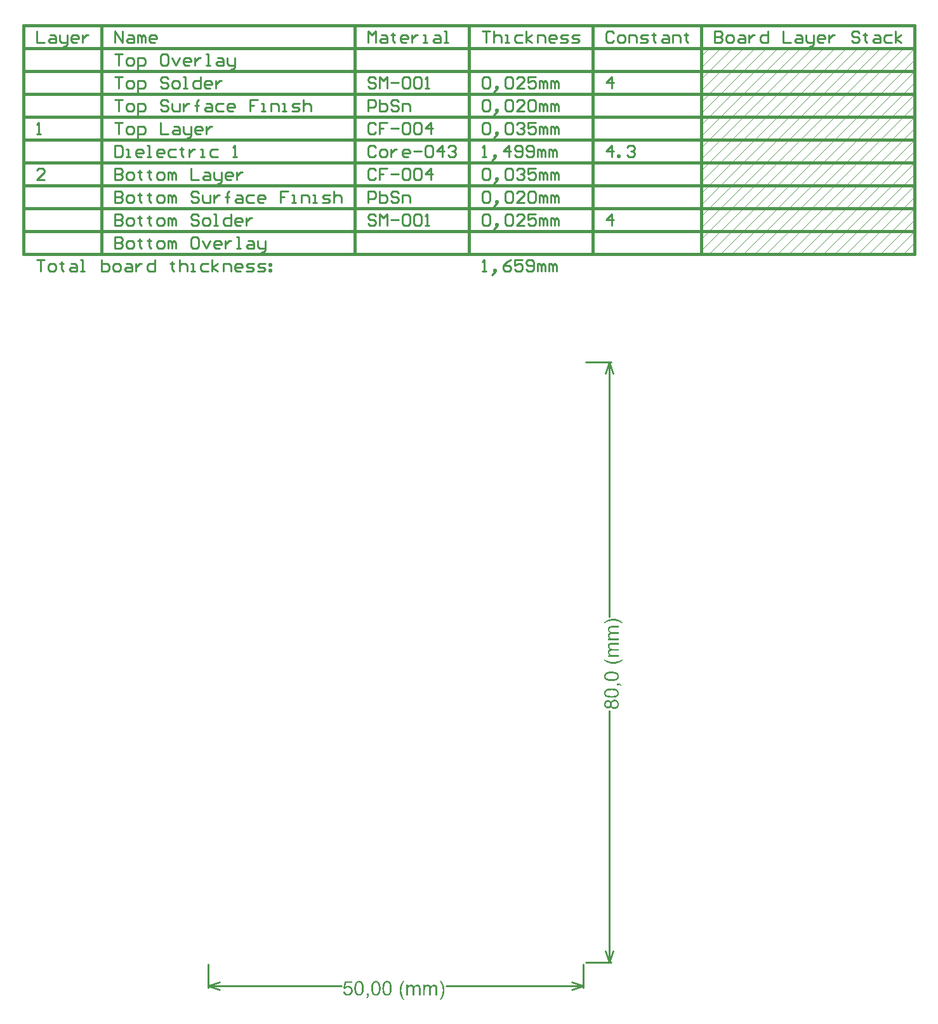
<source format=gbr>
G04*
G04 #@! TF.GenerationSoftware,Altium Limited,Altium Designer,24.4.1 (13)*
G04*
G04 Layer_Color=32896*
%FSLAX44Y44*%
%MOMM*%
G71*
G04*
G04 #@! TF.SameCoordinates,35E0C0FB-C19D-4D04-833B-EC0655963EBE*
G04*
G04*
G04 #@! TF.FilePolarity,Positive*
G04*
G01*
G75*
%ADD16C,0.2540*%
%ADD60C,0.0254*%
%ADD62C,0.3810*%
G36*
X540944Y457593D02*
X541250D01*
X541638Y457537D01*
X542055Y457510D01*
X542527Y457454D01*
X543026Y457371D01*
X543582Y457288D01*
X544720Y457038D01*
X545331Y456899D01*
X545942Y456704D01*
X546580Y456510D01*
X547191Y456260D01*
X547219Y456233D01*
X547330Y456205D01*
X547496Y456121D01*
X547746Y456011D01*
X548024Y455899D01*
X548357Y455733D01*
X548718Y455538D01*
X549134Y455344D01*
X549578Y455122D01*
X550023Y454872D01*
X550994Y454317D01*
X551994Y453679D01*
X552938Y452984D01*
Y451291D01*
X552910D01*
X552854Y451346D01*
X552771Y451402D01*
X552660Y451457D01*
X552493Y451541D01*
X552327Y451652D01*
X552105Y451763D01*
X551855Y451902D01*
X551300Y452207D01*
X550606Y452540D01*
X549856Y452873D01*
X548995Y453262D01*
X548079Y453623D01*
X547108Y453956D01*
X546053Y454289D01*
X544970Y454595D01*
X543859Y454845D01*
X542693Y455039D01*
X541527Y455150D01*
X540334Y455205D01*
X540306D01*
X540222D01*
X540084D01*
X539917D01*
X539695Y455178D01*
X539417D01*
X539140Y455150D01*
X538807Y455122D01*
X538446Y455094D01*
X538057Y455067D01*
X537252Y454955D01*
X536363Y454817D01*
X535447Y454622D01*
X535420D01*
X535364Y454595D01*
X535253Y454567D01*
X535114Y454539D01*
X534948Y454484D01*
X534725Y454428D01*
X534226Y454289D01*
X533671Y454123D01*
X533032Y453901D01*
X532338Y453651D01*
X531672Y453373D01*
X531644D01*
X531616Y453345D01*
X531533Y453318D01*
X531450Y453262D01*
X531311Y453206D01*
X531144Y453123D01*
X530978Y453040D01*
X530728Y452929D01*
X530478Y452790D01*
X530200Y452651D01*
X529867Y452485D01*
X529506Y452290D01*
X529118Y452068D01*
X528701Y451846D01*
X528229Y451568D01*
X527729Y451291D01*
Y452984D01*
X527757Y453012D01*
X527868Y453096D01*
X528063Y453206D01*
X528285Y453373D01*
X528590Y453595D01*
X528951Y453817D01*
X529340Y454067D01*
X529784Y454345D01*
X530284Y454650D01*
X530811Y454928D01*
X531339Y455233D01*
X531922Y455538D01*
X533115Y456094D01*
X533754Y456371D01*
X534365Y456594D01*
X534392D01*
X534503Y456649D01*
X534642Y456677D01*
X534864Y456760D01*
X535114Y456843D01*
X535420Y456927D01*
X535780Y457010D01*
X536169Y457121D01*
X536613Y457204D01*
X537085Y457288D01*
X537557Y457371D01*
X538085Y457454D01*
X539195Y457565D01*
X540334Y457621D01*
X540361D01*
X540500D01*
X540694D01*
X540944Y457593D01*
D02*
G37*
G36*
X547274Y445572D02*
X538529D01*
X538501D01*
X538473D01*
X538307D01*
X538057D01*
X537752Y445544D01*
X537419Y445516D01*
X537085Y445489D01*
X536752Y445433D01*
X536502Y445350D01*
X536474D01*
X536391Y445294D01*
X536280Y445239D01*
X536141Y445155D01*
X535975Y445044D01*
X535808Y444906D01*
X535642Y444739D01*
X535475Y444517D01*
X535447Y444489D01*
X535420Y444406D01*
X535364Y444295D01*
X535281Y444100D01*
X535197Y443906D01*
X535142Y443656D01*
X535114Y443406D01*
X535086Y443101D01*
Y442962D01*
X535114Y442851D01*
X535142Y442574D01*
X535197Y442240D01*
X535336Y441852D01*
X535503Y441435D01*
X535753Y441019D01*
X536086Y440630D01*
X536141Y440602D01*
X536280Y440491D01*
X536502Y440325D01*
X536836Y440158D01*
X537280Y439964D01*
X537807Y439825D01*
X538446Y439714D01*
X539195Y439659D01*
X547274D01*
Y437299D01*
X538251D01*
X538224D01*
X538168D01*
X538112D01*
X538002D01*
X537696Y437271D01*
X537363Y437215D01*
X536974Y437160D01*
X536586Y437049D01*
X536225Y436910D01*
X535891Y436716D01*
X535864Y436688D01*
X535753Y436605D01*
X535642Y436466D01*
X535475Y436272D01*
X535336Y436022D01*
X535197Y435689D01*
X535114Y435300D01*
X535086Y434828D01*
Y434661D01*
X535114Y434467D01*
X535142Y434245D01*
X535225Y433967D01*
X535308Y433634D01*
X535447Y433329D01*
X535614Y432996D01*
X535642Y432968D01*
X535725Y432857D01*
X535836Y432718D01*
X536003Y432524D01*
X536225Y432329D01*
X536502Y432135D01*
X536808Y431941D01*
X537169Y431774D01*
X537224Y431746D01*
X537363Y431719D01*
X537585Y431663D01*
X537890Y431580D01*
X538307Y431497D01*
X538807Y431441D01*
X539390Y431413D01*
X540056Y431385D01*
X547274D01*
Y429026D01*
X533337D01*
Y431136D01*
X535336D01*
X535281Y431163D01*
X535170Y431247D01*
X534975Y431413D01*
X534753Y431608D01*
X534476Y431857D01*
X534198Y432163D01*
X533920Y432496D01*
X533671Y432885D01*
X533643Y432940D01*
X533559Y433079D01*
X533476Y433301D01*
X533337Y433606D01*
X533226Y433967D01*
X533143Y434384D01*
X533060Y434856D01*
X533032Y435355D01*
Y435605D01*
X533060Y435911D01*
X533115Y436244D01*
X533199Y436660D01*
X533310Y437077D01*
X533476Y437493D01*
X533698Y437882D01*
X533726Y437937D01*
X533809Y438048D01*
X533948Y438215D01*
X534170Y438437D01*
X534420Y438659D01*
X534725Y438909D01*
X535086Y439131D01*
X535503Y439298D01*
X535475Y439325D01*
X535392Y439381D01*
X535281Y439464D01*
X535114Y439603D01*
X534920Y439770D01*
X534725Y439964D01*
X534503Y440186D01*
X534254Y440464D01*
X534031Y440769D01*
X533809Y441074D01*
X533615Y441435D01*
X533421Y441824D01*
X533254Y442240D01*
X533143Y442685D01*
X533060Y443129D01*
X533032Y443629D01*
Y443823D01*
X533060Y443962D01*
Y444156D01*
X533088Y444350D01*
X533171Y444822D01*
X533310Y445322D01*
X533532Y445849D01*
X533809Y446377D01*
X534198Y446821D01*
X534254Y446877D01*
X534420Y446988D01*
X534670Y447182D01*
X534864Y447265D01*
X535059Y447376D01*
X535308Y447487D01*
X535558Y447571D01*
X535836Y447682D01*
X536169Y447765D01*
X536502Y447821D01*
X536891Y447876D01*
X537280Y447932D01*
X537724D01*
X547274D01*
Y445572D01*
D02*
G37*
G36*
Y423196D02*
X538529D01*
X538501D01*
X538473D01*
X538307D01*
X538057D01*
X537752Y423168D01*
X537419Y423140D01*
X537085Y423112D01*
X536752Y423057D01*
X536502Y422974D01*
X536474D01*
X536391Y422918D01*
X536280Y422862D01*
X536141Y422779D01*
X535975Y422668D01*
X535808Y422529D01*
X535642Y422363D01*
X535475Y422141D01*
X535447Y422113D01*
X535420Y422030D01*
X535364Y421918D01*
X535281Y421724D01*
X535197Y421530D01*
X535142Y421280D01*
X535114Y421030D01*
X535086Y420725D01*
Y420586D01*
X535114Y420475D01*
X535142Y420197D01*
X535197Y419864D01*
X535336Y419475D01*
X535503Y419059D01*
X535753Y418643D01*
X536086Y418254D01*
X536141Y418226D01*
X536280Y418115D01*
X536502Y417948D01*
X536836Y417782D01*
X537280Y417588D01*
X537807Y417449D01*
X538446Y417338D01*
X539195Y417282D01*
X547274D01*
Y414922D01*
X538251D01*
X538224D01*
X538168D01*
X538112D01*
X538002D01*
X537696Y414895D01*
X537363Y414839D01*
X536974Y414784D01*
X536586Y414673D01*
X536225Y414534D01*
X535891Y414339D01*
X535864Y414312D01*
X535753Y414228D01*
X535642Y414090D01*
X535475Y413895D01*
X535336Y413645D01*
X535197Y413312D01*
X535114Y412924D01*
X535086Y412452D01*
Y412285D01*
X535114Y412091D01*
X535142Y411869D01*
X535225Y411591D01*
X535308Y411258D01*
X535447Y410952D01*
X535614Y410619D01*
X535642Y410592D01*
X535725Y410480D01*
X535836Y410342D01*
X536003Y410147D01*
X536225Y409953D01*
X536502Y409759D01*
X536808Y409564D01*
X537169Y409398D01*
X537224Y409370D01*
X537363Y409342D01*
X537585Y409287D01*
X537890Y409203D01*
X538307Y409120D01*
X538807Y409065D01*
X539390Y409037D01*
X540056Y409009D01*
X547274D01*
Y406649D01*
X533337D01*
Y408759D01*
X535336D01*
X535281Y408787D01*
X535170Y408870D01*
X534975Y409037D01*
X534753Y409231D01*
X534476Y409481D01*
X534198Y409786D01*
X533920Y410120D01*
X533671Y410508D01*
X533643Y410564D01*
X533559Y410703D01*
X533476Y410925D01*
X533337Y411230D01*
X533226Y411591D01*
X533143Y412007D01*
X533060Y412479D01*
X533032Y412979D01*
Y413229D01*
X533060Y413534D01*
X533115Y413867D01*
X533199Y414284D01*
X533310Y414700D01*
X533476Y415117D01*
X533698Y415505D01*
X533726Y415561D01*
X533809Y415672D01*
X533948Y415839D01*
X534170Y416061D01*
X534420Y416283D01*
X534725Y416533D01*
X535086Y416755D01*
X535503Y416921D01*
X535475Y416949D01*
X535392Y417005D01*
X535281Y417088D01*
X535114Y417227D01*
X534920Y417393D01*
X534725Y417588D01*
X534503Y417810D01*
X534254Y418087D01*
X534031Y418393D01*
X533809Y418698D01*
X533615Y419059D01*
X533421Y419448D01*
X533254Y419864D01*
X533143Y420308D01*
X533060Y420752D01*
X533032Y421252D01*
Y421447D01*
X533060Y421585D01*
Y421780D01*
X533088Y421974D01*
X533171Y422446D01*
X533310Y422946D01*
X533532Y423473D01*
X533809Y424001D01*
X534198Y424445D01*
X534254Y424500D01*
X534420Y424611D01*
X534670Y424806D01*
X534864Y424889D01*
X535059Y425000D01*
X535308Y425111D01*
X535558Y425195D01*
X535836Y425305D01*
X536169Y425389D01*
X536502Y425444D01*
X536891Y425500D01*
X537280Y425555D01*
X537724D01*
X547274D01*
Y423196D01*
D02*
G37*
G36*
X552938Y402235D02*
X552910Y402207D01*
X552826Y402152D01*
X552688Y402041D01*
X552493Y401902D01*
X552271Y401735D01*
X551994Y401541D01*
X551660Y401319D01*
X551300Y401097D01*
X550883Y400819D01*
X550439Y400569D01*
X549967Y400292D01*
X549467Y400014D01*
X548940Y399737D01*
X548385Y399459D01*
X547191Y398931D01*
X547163Y398904D01*
X547052Y398876D01*
X546858Y398820D01*
X546608Y398737D01*
X546302Y398626D01*
X545969Y398515D01*
X545553Y398404D01*
X545081Y398265D01*
X544609Y398154D01*
X544054Y398015D01*
X543498Y397904D01*
X542915Y397821D01*
X541638Y397654D01*
X541000Y397627D01*
X540334Y397599D01*
X540306D01*
X540195D01*
X540028D01*
X539806Y397627D01*
X539528D01*
X539195Y397654D01*
X538834Y397682D01*
X538418Y397738D01*
X537974Y397765D01*
X537502Y397849D01*
X536502Y398015D01*
X535447Y398265D01*
X534365Y398598D01*
X534337Y398626D01*
X534226Y398654D01*
X534031Y398709D01*
X533782Y398820D01*
X533504Y398931D01*
X533143Y399098D01*
X532727Y399292D01*
X532282Y399487D01*
X531810Y399737D01*
X531283Y399986D01*
X530728Y400292D01*
X530173Y400625D01*
X529562Y400986D01*
X528951Y401375D01*
X528340Y401791D01*
X527729Y402235D01*
Y403929D01*
X527757Y403901D01*
X527840Y403873D01*
X527979Y403790D01*
X528174Y403679D01*
X528396Y403540D01*
X528673Y403401D01*
X529256Y403068D01*
X529895Y402707D01*
X530533Y402374D01*
X531144Y402041D01*
X531394Y401930D01*
X531644Y401819D01*
X531672D01*
X531727Y401791D01*
X531810Y401735D01*
X531949Y401680D01*
X532116Y401624D01*
X532310Y401541D01*
X532532Y401458D01*
X532782Y401375D01*
X533365Y401152D01*
X534004Y400958D01*
X534698Y400764D01*
X535420Y400569D01*
X535447D01*
X535531Y400542D01*
X535669Y400514D01*
X535836Y400486D01*
X536058Y400431D01*
X536336Y400403D01*
X536613Y400347D01*
X536946Y400292D01*
X537307Y400236D01*
X537696Y400181D01*
X538529Y400097D01*
X539417Y400042D01*
X540334Y400014D01*
X540361D01*
X540417D01*
X540500D01*
X540611D01*
X540778Y400042D01*
X540944D01*
X541166Y400070D01*
X541416D01*
X541999Y400125D01*
X542665Y400209D01*
X543443Y400347D01*
X544276Y400514D01*
X545192Y400708D01*
X546191Y400958D01*
X547246Y401291D01*
X548329Y401680D01*
X549440Y402124D01*
X550606Y402624D01*
X551772Y403235D01*
X552938Y403929D01*
Y402235D01*
D02*
G37*
G36*
X538668Y387188D02*
X539001D01*
X539362Y387160D01*
X539751Y387132D01*
X540639Y387049D01*
X541555Y386910D01*
X542443Y386744D01*
X542860Y386633D01*
X543276Y386494D01*
X543304D01*
X543360Y386466D01*
X543471Y386411D01*
X543609Y386355D01*
X543804Y386300D01*
X543998Y386189D01*
X544470Y385966D01*
X544970Y385689D01*
X545525Y385328D01*
X546025Y384911D01*
X546497Y384412D01*
Y384384D01*
X546552Y384356D01*
X546608Y384273D01*
X546663Y384162D01*
X546747Y384023D01*
X546858Y383884D01*
X547052Y383468D01*
X547246Y382968D01*
X547441Y382385D01*
X547552Y381691D01*
X547607Y380942D01*
Y380664D01*
X547579Y380470D01*
X547552Y380247D01*
X547496Y379970D01*
X547441Y379664D01*
X547357Y379331D01*
X547246Y378998D01*
X547135Y378637D01*
X546969Y378276D01*
X546774Y377915D01*
X546552Y377555D01*
X546275Y377194D01*
X545969Y376861D01*
X545636Y376555D01*
X545608Y376527D01*
X545525Y376472D01*
X545386Y376389D01*
X545164Y376250D01*
X544914Y376111D01*
X544581Y375972D01*
X544192Y375778D01*
X543748Y375611D01*
X543248Y375445D01*
X542665Y375278D01*
X542027Y375111D01*
X541305Y374973D01*
X540528Y374834D01*
X539695Y374751D01*
X538779Y374695D01*
X537807Y374667D01*
X537779D01*
X537668D01*
X537474D01*
X537252D01*
X536946Y374695D01*
X536613D01*
X536252Y374723D01*
X535836Y374751D01*
X534975Y374834D01*
X534059Y374973D01*
X533143Y375139D01*
X532727Y375250D01*
X532310Y375361D01*
X532282D01*
X532227Y375389D01*
X532116Y375445D01*
X531977Y375500D01*
X531783Y375556D01*
X531588Y375667D01*
X531116Y375889D01*
X530617Y376166D01*
X530089Y376527D01*
X529562Y376944D01*
X529118Y377444D01*
Y377471D01*
X529062Y377499D01*
X529007Y377582D01*
X528951Y377693D01*
X528840Y377832D01*
X528757Y377999D01*
X528535Y378415D01*
X528340Y378915D01*
X528146Y379498D01*
X528035Y380192D01*
X527979Y380942D01*
Y381191D01*
X528007Y381497D01*
X528063Y381858D01*
X528146Y382274D01*
X528257Y382718D01*
X528396Y383190D01*
X528618Y383634D01*
Y383662D01*
X528646Y383690D01*
X528729Y383829D01*
X528868Y384051D01*
X529062Y384328D01*
X529340Y384634D01*
X529645Y384967D01*
X530006Y385272D01*
X530422Y385578D01*
X530478Y385606D01*
X530617Y385717D01*
X530867Y385828D01*
X531227Y386022D01*
X531644Y386189D01*
X532116Y386411D01*
X532671Y386605D01*
X533282Y386772D01*
X533310D01*
X533365Y386799D01*
X533448Y386827D01*
X533587Y386855D01*
X533754Y386883D01*
X533948Y386910D01*
X534198Y386966D01*
X534476Y386994D01*
X534781Y387049D01*
X535114Y387077D01*
X535503Y387105D01*
X535891Y387160D01*
X536336Y387188D01*
X536780D01*
X537280Y387216D01*
X537807D01*
X537835D01*
X537946D01*
X538140D01*
X538362D01*
X538668Y387188D01*
D02*
G37*
G36*
X547774Y371141D02*
X548135Y371114D01*
X548496Y371030D01*
X548912Y370947D01*
X549301Y370808D01*
X549662Y370642D01*
X549689Y370614D01*
X549800Y370531D01*
X549967Y370420D01*
X550189Y370225D01*
X550411Y370003D01*
X550633Y369726D01*
X550883Y369365D01*
X551077Y368976D01*
X550078Y368310D01*
X550050Y368338D01*
X550023Y368421D01*
X549939Y368560D01*
X549828Y368726D01*
X549689Y368893D01*
X549523Y369087D01*
X549328Y369254D01*
X549106Y369392D01*
X549079Y369420D01*
X548995Y369448D01*
X548829Y369504D01*
X548634Y369587D01*
X548385Y369642D01*
X548051Y369726D01*
X547691Y369781D01*
X547274Y369809D01*
Y368476D01*
X544581D01*
Y371169D01*
X547274D01*
X547302D01*
X547330D01*
X547413D01*
X547524D01*
X547774Y371141D01*
D02*
G37*
G36*
X538668Y364784D02*
X539001D01*
X539362Y364756D01*
X539751Y364728D01*
X540639Y364645D01*
X541555Y364506D01*
X542443Y364340D01*
X542860Y364229D01*
X543276Y364090D01*
X543304D01*
X543360Y364062D01*
X543471Y364007D01*
X543609Y363951D01*
X543804Y363895D01*
X543998Y363784D01*
X544470Y363562D01*
X544970Y363285D01*
X545525Y362924D01*
X546025Y362507D01*
X546497Y362008D01*
Y361980D01*
X546552Y361952D01*
X546608Y361869D01*
X546663Y361758D01*
X546747Y361619D01*
X546858Y361480D01*
X547052Y361064D01*
X547246Y360564D01*
X547441Y359981D01*
X547552Y359287D01*
X547607Y358537D01*
Y358260D01*
X547579Y358065D01*
X547552Y357843D01*
X547496Y357566D01*
X547441Y357260D01*
X547357Y356927D01*
X547246Y356594D01*
X547135Y356233D01*
X546969Y355872D01*
X546774Y355511D01*
X546552Y355150D01*
X546275Y354790D01*
X545969Y354456D01*
X545636Y354151D01*
X545608Y354123D01*
X545525Y354068D01*
X545386Y353984D01*
X545164Y353846D01*
X544914Y353707D01*
X544581Y353568D01*
X544192Y353374D01*
X543748Y353207D01*
X543248Y353041D01*
X542665Y352874D01*
X542027Y352707D01*
X541305Y352569D01*
X540528Y352430D01*
X539695Y352346D01*
X538779Y352291D01*
X537807Y352263D01*
X537779D01*
X537668D01*
X537474D01*
X537252D01*
X536946Y352291D01*
X536613D01*
X536252Y352319D01*
X535836Y352346D01*
X534975Y352430D01*
X534059Y352569D01*
X533143Y352735D01*
X532727Y352846D01*
X532310Y352957D01*
X532282D01*
X532227Y352985D01*
X532116Y353041D01*
X531977Y353096D01*
X531783Y353152D01*
X531588Y353263D01*
X531116Y353485D01*
X530617Y353762D01*
X530089Y354123D01*
X529562Y354540D01*
X529118Y355039D01*
Y355067D01*
X529062Y355095D01*
X529007Y355178D01*
X528951Y355289D01*
X528840Y355428D01*
X528757Y355595D01*
X528535Y356011D01*
X528340Y356511D01*
X528146Y357094D01*
X528035Y357788D01*
X527979Y358537D01*
Y358787D01*
X528007Y359093D01*
X528063Y359454D01*
X528146Y359870D01*
X528257Y360314D01*
X528396Y360786D01*
X528618Y361230D01*
Y361258D01*
X528646Y361286D01*
X528729Y361425D01*
X528868Y361647D01*
X529062Y361924D01*
X529340Y362230D01*
X529645Y362563D01*
X530006Y362868D01*
X530422Y363174D01*
X530478Y363201D01*
X530617Y363312D01*
X530867Y363424D01*
X531227Y363618D01*
X531644Y363784D01*
X532116Y364007D01*
X532671Y364201D01*
X533282Y364367D01*
X533310D01*
X533365Y364395D01*
X533448Y364423D01*
X533587Y364451D01*
X533754Y364478D01*
X533948Y364506D01*
X534198Y364562D01*
X534476Y364590D01*
X534781Y364645D01*
X535114Y364673D01*
X535503Y364701D01*
X535891Y364756D01*
X536336Y364784D01*
X536780D01*
X537280Y364812D01*
X537807D01*
X537835D01*
X537946D01*
X538140D01*
X538362D01*
X538668Y364784D01*
D02*
G37*
G36*
X542221Y349931D02*
X542416Y349903D01*
X542665Y349876D01*
X542943Y349820D01*
X543248Y349737D01*
X543887Y349543D01*
X544248Y349404D01*
X544581Y349209D01*
X544942Y349015D01*
X545275Y348793D01*
X545608Y348515D01*
X545942Y348210D01*
X545969Y348182D01*
X546025Y348127D01*
X546108Y348043D01*
X546191Y347905D01*
X546330Y347710D01*
X546469Y347516D01*
X546608Y347266D01*
X546774Y346988D01*
X546941Y346683D01*
X547080Y346322D01*
X547219Y345933D01*
X547357Y345545D01*
X547441Y345101D01*
X547524Y344628D01*
X547579Y344157D01*
X547607Y343629D01*
Y343352D01*
X547579Y343157D01*
X547552Y342907D01*
X547524Y342630D01*
X547468Y342324D01*
X547385Y341991D01*
X547191Y341242D01*
X547052Y340853D01*
X546913Y340492D01*
X546719Y340103D01*
X546497Y339715D01*
X546247Y339354D01*
X545942Y339021D01*
X545914Y338993D01*
X545858Y338937D01*
X545775Y338854D01*
X545636Y338743D01*
X545470Y338632D01*
X545275Y338465D01*
X545053Y338326D01*
X544775Y338160D01*
X544498Y337993D01*
X544165Y337855D01*
X543471Y337577D01*
X543054Y337466D01*
X542638Y337383D01*
X542194Y337327D01*
X541749Y337299D01*
X541722D01*
X541666D01*
X541555D01*
X541444Y337327D01*
X541277D01*
X541083Y337355D01*
X540639Y337410D01*
X540139Y337521D01*
X539639Y337688D01*
X539112Y337938D01*
X538612Y338243D01*
X538585D01*
X538557Y338299D01*
X538418Y338410D01*
X538196Y338632D01*
X537918Y338937D01*
X537641Y339326D01*
X537335Y339798D01*
X537085Y340325D01*
X536891Y340964D01*
Y340936D01*
X536863Y340908D01*
X536836Y340825D01*
X536780Y340714D01*
X536669Y340464D01*
X536502Y340131D01*
X536280Y339770D01*
X536003Y339409D01*
X535697Y339076D01*
X535364Y338771D01*
X535308Y338743D01*
X535197Y338660D01*
X534975Y338549D01*
X534698Y338438D01*
X534337Y338299D01*
X533920Y338188D01*
X533448Y338104D01*
X532949Y338077D01*
X532921D01*
X532865D01*
X532754D01*
X532588Y338104D01*
X532421Y338132D01*
X532199Y338160D01*
X531727Y338271D01*
X531172Y338438D01*
X530589Y338715D01*
X530284Y338882D01*
X529978Y339076D01*
X529701Y339326D01*
X529423Y339576D01*
X529395Y339604D01*
X529367Y339659D01*
X529284Y339742D01*
X529201Y339853D01*
X529090Y339992D01*
X528979Y340187D01*
X528840Y340409D01*
X528701Y340631D01*
X528562Y340908D01*
X528424Y341214D01*
X528312Y341547D01*
X528201Y341908D01*
X528035Y342685D01*
X528007Y343129D01*
X527979Y343574D01*
Y343823D01*
X528007Y343990D01*
X528035Y344212D01*
X528063Y344462D01*
X528090Y344740D01*
X528174Y345017D01*
X528340Y345684D01*
X528590Y346350D01*
X528757Y346683D01*
X528951Y347016D01*
X529201Y347322D01*
X529451Y347627D01*
X529478Y347655D01*
X529506Y347682D01*
X529590Y347766D01*
X529701Y347877D01*
X529867Y347988D01*
X530034Y348127D01*
X530450Y348404D01*
X530978Y348682D01*
X531588Y348932D01*
X532282Y349126D01*
X532643Y349154D01*
X533032Y349182D01*
X533060D01*
X533088D01*
X533254D01*
X533504Y349154D01*
X533809Y349098D01*
X534198Y349015D01*
X534587Y348876D01*
X534975Y348710D01*
X535364Y348460D01*
X535420Y348432D01*
X535531Y348321D01*
X535697Y348154D01*
X535919Y347932D01*
X536169Y347627D01*
X536419Y347266D01*
X536669Y346850D01*
X536891Y346350D01*
Y346378D01*
X536919Y346433D01*
X536946Y346516D01*
X537002Y346627D01*
X537141Y346961D01*
X537335Y347349D01*
X537613Y347766D01*
X537918Y348210D01*
X538307Y348626D01*
X538751Y349015D01*
X538779D01*
X538807Y349043D01*
X538973Y349154D01*
X539251Y349320D01*
X539612Y349487D01*
X540056Y349654D01*
X540583Y349820D01*
X541166Y349931D01*
X541805Y349959D01*
X541833D01*
X541916D01*
X542055D01*
X542221Y349931D01*
D02*
G37*
G36*
X301416Y-30140D02*
X301610D01*
X301805Y-30168D01*
X302276Y-30251D01*
X302776Y-30390D01*
X303304Y-30612D01*
X303831Y-30889D01*
X304275Y-31278D01*
X304331Y-31334D01*
X304442Y-31500D01*
X304636Y-31750D01*
X304720Y-31944D01*
X304831Y-32139D01*
X304942Y-32389D01*
X305025Y-32638D01*
X305136Y-32916D01*
X305219Y-33249D01*
X305275Y-33582D01*
X305330Y-33971D01*
X305386Y-34360D01*
Y-34804D01*
Y-44354D01*
X303026D01*
Y-35609D01*
Y-35581D01*
Y-35553D01*
Y-35387D01*
Y-35137D01*
X302998Y-34832D01*
X302971Y-34499D01*
X302943Y-34165D01*
X302887Y-33832D01*
X302804Y-33582D01*
Y-33554D01*
X302748Y-33471D01*
X302693Y-33360D01*
X302610Y-33221D01*
X302499Y-33055D01*
X302360Y-32888D01*
X302193Y-32722D01*
X301971Y-32555D01*
X301943Y-32527D01*
X301860Y-32500D01*
X301749Y-32444D01*
X301555Y-32361D01*
X301360Y-32278D01*
X301110Y-32222D01*
X300861Y-32194D01*
X300555Y-32166D01*
X300416D01*
X300305Y-32194D01*
X300028Y-32222D01*
X299695Y-32278D01*
X299306Y-32416D01*
X298890Y-32583D01*
X298473Y-32833D01*
X298084Y-33166D01*
X298057Y-33221D01*
X297946Y-33360D01*
X297779Y-33582D01*
X297612Y-33916D01*
X297418Y-34360D01*
X297279Y-34887D01*
X297168Y-35526D01*
X297113Y-36275D01*
Y-44354D01*
X294753D01*
Y-35331D01*
Y-35304D01*
Y-35248D01*
Y-35192D01*
Y-35082D01*
X294725Y-34776D01*
X294670Y-34443D01*
X294614Y-34054D01*
X294503Y-33666D01*
X294364Y-33305D01*
X294170Y-32971D01*
X294142Y-32944D01*
X294059Y-32833D01*
X293920Y-32722D01*
X293726Y-32555D01*
X293476Y-32416D01*
X293143Y-32278D01*
X292754Y-32194D01*
X292282Y-32166D01*
X292115D01*
X291921Y-32194D01*
X291699Y-32222D01*
X291421Y-32305D01*
X291088Y-32389D01*
X290783Y-32527D01*
X290450Y-32694D01*
X290422Y-32722D01*
X290311Y-32805D01*
X290172Y-32916D01*
X289978Y-33083D01*
X289783Y-33305D01*
X289589Y-33582D01*
X289395Y-33888D01*
X289228Y-34249D01*
X289200Y-34304D01*
X289173Y-34443D01*
X289117Y-34665D01*
X289034Y-34970D01*
X288951Y-35387D01*
X288895Y-35887D01*
X288867Y-36470D01*
X288840Y-37136D01*
Y-44354D01*
X286480D01*
Y-30417D01*
X288590D01*
Y-32416D01*
X288617Y-32361D01*
X288701Y-32250D01*
X288867Y-32055D01*
X289062Y-31833D01*
X289312Y-31556D01*
X289617Y-31278D01*
X289950Y-31000D01*
X290339Y-30751D01*
X290394Y-30723D01*
X290533Y-30640D01*
X290755Y-30556D01*
X291061Y-30417D01*
X291421Y-30306D01*
X291838Y-30223D01*
X292310Y-30140D01*
X292810Y-30112D01*
X293059D01*
X293365Y-30140D01*
X293698Y-30195D01*
X294114Y-30279D01*
X294531Y-30390D01*
X294947Y-30556D01*
X295336Y-30778D01*
X295391Y-30806D01*
X295502Y-30889D01*
X295669Y-31028D01*
X295891Y-31250D01*
X296113Y-31500D01*
X296363Y-31806D01*
X296585Y-32166D01*
X296752Y-32583D01*
X296779Y-32555D01*
X296835Y-32472D01*
X296918Y-32361D01*
X297057Y-32194D01*
X297224Y-32000D01*
X297418Y-31806D01*
X297640Y-31583D01*
X297918Y-31334D01*
X298223Y-31112D01*
X298529Y-30889D01*
X298890Y-30695D01*
X299278Y-30501D01*
X299695Y-30334D01*
X300139Y-30223D01*
X300583Y-30140D01*
X301083Y-30112D01*
X301277D01*
X301416Y-30140D01*
D02*
G37*
G36*
X279039D02*
X279234D01*
X279428Y-30168D01*
X279900Y-30251D01*
X280400Y-30390D01*
X280927Y-30612D01*
X281455Y-30889D01*
X281899Y-31278D01*
X281954Y-31334D01*
X282066Y-31500D01*
X282260Y-31750D01*
X282343Y-31944D01*
X282454Y-32139D01*
X282565Y-32389D01*
X282649Y-32638D01*
X282760Y-32916D01*
X282843Y-33249D01*
X282898Y-33582D01*
X282954Y-33971D01*
X283009Y-34360D01*
Y-34804D01*
Y-44354D01*
X280650D01*
Y-35609D01*
Y-35581D01*
Y-35553D01*
Y-35387D01*
Y-35137D01*
X280622Y-34832D01*
X280594Y-34499D01*
X280566Y-34165D01*
X280511Y-33832D01*
X280428Y-33582D01*
Y-33554D01*
X280372Y-33471D01*
X280317Y-33360D01*
X280233Y-33221D01*
X280122Y-33055D01*
X279983Y-32888D01*
X279817Y-32722D01*
X279595Y-32555D01*
X279567Y-32527D01*
X279484Y-32500D01*
X279373Y-32444D01*
X279178Y-32361D01*
X278984Y-32278D01*
X278734Y-32222D01*
X278484Y-32194D01*
X278179Y-32166D01*
X278040D01*
X277929Y-32194D01*
X277651Y-32222D01*
X277318Y-32278D01*
X276930Y-32416D01*
X276513Y-32583D01*
X276097Y-32833D01*
X275708Y-33166D01*
X275680Y-33221D01*
X275569Y-33360D01*
X275403Y-33582D01*
X275236Y-33916D01*
X275042Y-34360D01*
X274903Y-34887D01*
X274792Y-35526D01*
X274736Y-36275D01*
Y-44354D01*
X272377D01*
Y-35331D01*
Y-35304D01*
Y-35248D01*
Y-35192D01*
Y-35082D01*
X272349Y-34776D01*
X272293Y-34443D01*
X272238Y-34054D01*
X272127Y-33666D01*
X271988Y-33305D01*
X271794Y-32971D01*
X271766Y-32944D01*
X271682Y-32833D01*
X271544Y-32722D01*
X271349Y-32555D01*
X271099Y-32416D01*
X270766Y-32278D01*
X270378Y-32194D01*
X269906Y-32166D01*
X269739D01*
X269545Y-32194D01*
X269323Y-32222D01*
X269045Y-32305D01*
X268712Y-32389D01*
X268407Y-32527D01*
X268073Y-32694D01*
X268046Y-32722D01*
X267935Y-32805D01*
X267796Y-32916D01*
X267602Y-33083D01*
X267407Y-33305D01*
X267213Y-33582D01*
X267019Y-33888D01*
X266852Y-34249D01*
X266824Y-34304D01*
X266796Y-34443D01*
X266741Y-34665D01*
X266658Y-34970D01*
X266574Y-35387D01*
X266519Y-35887D01*
X266491Y-36470D01*
X266463Y-37136D01*
Y-44354D01*
X264103D01*
Y-30417D01*
X266213D01*
Y-32416D01*
X266241Y-32361D01*
X266324Y-32250D01*
X266491Y-32055D01*
X266685Y-31833D01*
X266935Y-31556D01*
X267241Y-31278D01*
X267574Y-31000D01*
X267962Y-30751D01*
X268018Y-30723D01*
X268157Y-30640D01*
X268379Y-30556D01*
X268684Y-30417D01*
X269045Y-30306D01*
X269461Y-30223D01*
X269933Y-30140D01*
X270433Y-30112D01*
X270683D01*
X270989Y-30140D01*
X271322Y-30195D01*
X271738Y-30279D01*
X272155Y-30390D01*
X272571Y-30556D01*
X272960Y-30778D01*
X273015Y-30806D01*
X273126Y-30889D01*
X273293Y-31028D01*
X273515Y-31250D01*
X273737Y-31500D01*
X273987Y-31806D01*
X274209Y-32166D01*
X274375Y-32583D01*
X274403Y-32555D01*
X274459Y-32472D01*
X274542Y-32361D01*
X274681Y-32194D01*
X274847Y-32000D01*
X275042Y-31806D01*
X275264Y-31583D01*
X275541Y-31334D01*
X275847Y-31112D01*
X276152Y-30889D01*
X276513Y-30695D01*
X276902Y-30501D01*
X277318Y-30334D01*
X277762Y-30223D01*
X278207Y-30140D01*
X278706Y-30112D01*
X278901D01*
X279039Y-30140D01*
D02*
G37*
G36*
X191672Y-27641D02*
X183982D01*
X182955Y-32833D01*
X182982Y-32805D01*
X183038Y-32777D01*
X183121Y-32722D01*
X183260Y-32638D01*
X183426Y-32555D01*
X183621Y-32444D01*
X184065Y-32222D01*
X184620Y-32000D01*
X185231Y-31806D01*
X185897Y-31667D01*
X186231Y-31611D01*
X186841D01*
X187008Y-31639D01*
X187230Y-31667D01*
X187480Y-31695D01*
X187757Y-31750D01*
X188063Y-31833D01*
X188729Y-32028D01*
X189090Y-32166D01*
X189451Y-32361D01*
X189812Y-32555D01*
X190173Y-32777D01*
X190506Y-33055D01*
X190839Y-33360D01*
X190867Y-33388D01*
X190922Y-33444D01*
X191006Y-33527D01*
X191117Y-33666D01*
X191255Y-33860D01*
X191394Y-34054D01*
X191561Y-34304D01*
X191727Y-34582D01*
X191866Y-34887D01*
X192033Y-35220D01*
X192172Y-35609D01*
X192310Y-35998D01*
X192421Y-36414D01*
X192505Y-36886D01*
X192560Y-37358D01*
X192588Y-37858D01*
Y-37885D01*
Y-37969D01*
Y-38108D01*
X192560Y-38302D01*
X192533Y-38524D01*
X192505Y-38774D01*
X192449Y-39079D01*
X192394Y-39385D01*
X192227Y-40106D01*
X191950Y-40856D01*
X191783Y-41245D01*
X191561Y-41606D01*
X191339Y-41994D01*
X191061Y-42355D01*
X191033Y-42383D01*
X190978Y-42466D01*
X190867Y-42577D01*
X190728Y-42716D01*
X190534Y-42883D01*
X190312Y-43105D01*
X190034Y-43299D01*
X189729Y-43521D01*
X189395Y-43743D01*
X189007Y-43938D01*
X188590Y-44132D01*
X188146Y-44326D01*
X187674Y-44465D01*
X187147Y-44576D01*
X186591Y-44659D01*
X186008Y-44687D01*
X185758D01*
X185564Y-44659D01*
X185342Y-44632D01*
X185092Y-44604D01*
X184787Y-44576D01*
X184481Y-44493D01*
X183787Y-44326D01*
X183093Y-44076D01*
X182732Y-43910D01*
X182372Y-43716D01*
X182038Y-43493D01*
X181705Y-43244D01*
X181677Y-43216D01*
X181622Y-43188D01*
X181566Y-43077D01*
X181455Y-42966D01*
X181317Y-42827D01*
X181178Y-42660D01*
X181011Y-42438D01*
X180872Y-42189D01*
X180706Y-41939D01*
X180539Y-41633D01*
X180234Y-40967D01*
X179984Y-40190D01*
X179901Y-39773D01*
X179845Y-39329D01*
X182316Y-39135D01*
Y-39162D01*
Y-39218D01*
X182344Y-39301D01*
X182372Y-39440D01*
X182455Y-39746D01*
X182566Y-40162D01*
X182732Y-40578D01*
X182955Y-41050D01*
X183232Y-41467D01*
X183565Y-41855D01*
X183621Y-41883D01*
X183732Y-41994D01*
X183954Y-42133D01*
X184259Y-42300D01*
X184592Y-42466D01*
X185009Y-42605D01*
X185481Y-42716D01*
X186008Y-42744D01*
X186175D01*
X186286Y-42716D01*
X186619Y-42688D01*
X187008Y-42577D01*
X187480Y-42438D01*
X187952Y-42216D01*
X188451Y-41883D01*
X188673Y-41689D01*
X188896Y-41467D01*
X188923Y-41439D01*
X188951Y-41411D01*
X189007Y-41328D01*
X189090Y-41245D01*
X189284Y-40939D01*
X189506Y-40551D01*
X189701Y-40079D01*
X189895Y-39496D01*
X190034Y-38802D01*
X190089Y-38441D01*
Y-38052D01*
Y-38024D01*
Y-37969D01*
Y-37858D01*
X190062Y-37719D01*
Y-37552D01*
X190034Y-37358D01*
X189951Y-36914D01*
X189812Y-36386D01*
X189618Y-35859D01*
X189340Y-35359D01*
X188951Y-34887D01*
Y-34859D01*
X188896Y-34832D01*
X188757Y-34693D01*
X188507Y-34499D01*
X188174Y-34276D01*
X187730Y-34082D01*
X187230Y-33888D01*
X186647Y-33749D01*
X186314Y-33693D01*
X185786D01*
X185564Y-33721D01*
X185287Y-33749D01*
X184953Y-33832D01*
X184620Y-33916D01*
X184259Y-34054D01*
X183898Y-34221D01*
X183871Y-34249D01*
X183760Y-34304D01*
X183593Y-34443D01*
X183371Y-34582D01*
X183149Y-34776D01*
X182927Y-35026D01*
X182677Y-35276D01*
X182483Y-35581D01*
X180262Y-35276D01*
X182122Y-25392D01*
X191672D01*
Y-27641D01*
D02*
G37*
G36*
X238951Y-25087D02*
X239312Y-25143D01*
X239728Y-25226D01*
X240172Y-25337D01*
X240644Y-25476D01*
X241089Y-25698D01*
X241116D01*
X241144Y-25726D01*
X241283Y-25809D01*
X241505Y-25948D01*
X241783Y-26142D01*
X242088Y-26420D01*
X242421Y-26725D01*
X242726Y-27086D01*
X243032Y-27502D01*
X243060Y-27558D01*
X243171Y-27697D01*
X243282Y-27947D01*
X243476Y-28307D01*
X243643Y-28724D01*
X243865Y-29196D01*
X244059Y-29751D01*
X244226Y-30362D01*
Y-30390D01*
X244254Y-30445D01*
X244281Y-30529D01*
X244309Y-30667D01*
X244337Y-30834D01*
X244364Y-31028D01*
X244420Y-31278D01*
X244448Y-31556D01*
X244503Y-31861D01*
X244531Y-32194D01*
X244559Y-32583D01*
X244614Y-32971D01*
X244642Y-33416D01*
Y-33860D01*
X244670Y-34360D01*
Y-34887D01*
Y-34915D01*
Y-35026D01*
Y-35220D01*
Y-35442D01*
X244642Y-35748D01*
Y-36081D01*
X244614Y-36442D01*
X244587Y-36830D01*
X244503Y-37719D01*
X244364Y-38635D01*
X244198Y-39523D01*
X244087Y-39940D01*
X243948Y-40356D01*
Y-40384D01*
X243920Y-40440D01*
X243865Y-40551D01*
X243809Y-40689D01*
X243754Y-40884D01*
X243643Y-41078D01*
X243421Y-41550D01*
X243143Y-42050D01*
X242782Y-42605D01*
X242366Y-43105D01*
X241866Y-43577D01*
X241838D01*
X241810Y-43632D01*
X241727Y-43688D01*
X241616Y-43743D01*
X241477Y-43827D01*
X241338Y-43938D01*
X240922Y-44132D01*
X240422Y-44326D01*
X239839Y-44521D01*
X239145Y-44632D01*
X238396Y-44687D01*
X238118D01*
X237924Y-44659D01*
X237702Y-44632D01*
X237424Y-44576D01*
X237119Y-44521D01*
X236785Y-44437D01*
X236452Y-44326D01*
X236091Y-44215D01*
X235730Y-44049D01*
X235370Y-43854D01*
X235009Y-43632D01*
X234648Y-43355D01*
X234315Y-43049D01*
X234009Y-42716D01*
X233981Y-42688D01*
X233926Y-42605D01*
X233843Y-42466D01*
X233704Y-42244D01*
X233565Y-41994D01*
X233426Y-41661D01*
X233232Y-41272D01*
X233065Y-40828D01*
X232899Y-40328D01*
X232732Y-39746D01*
X232566Y-39107D01*
X232427Y-38385D01*
X232288Y-37608D01*
X232205Y-36775D01*
X232149Y-35859D01*
X232121Y-34887D01*
Y-34859D01*
Y-34748D01*
Y-34554D01*
Y-34332D01*
X232149Y-34027D01*
Y-33693D01*
X232177Y-33332D01*
X232205Y-32916D01*
X232288Y-32055D01*
X232427Y-31139D01*
X232593Y-30223D01*
X232704Y-29807D01*
X232815Y-29390D01*
Y-29362D01*
X232843Y-29307D01*
X232899Y-29196D01*
X232954Y-29057D01*
X233010Y-28863D01*
X233121Y-28668D01*
X233343Y-28196D01*
X233620Y-27697D01*
X233981Y-27169D01*
X234398Y-26642D01*
X234898Y-26198D01*
X234925D01*
X234953Y-26142D01*
X235036Y-26086D01*
X235147Y-26031D01*
X235286Y-25920D01*
X235453Y-25837D01*
X235869Y-25615D01*
X236369Y-25420D01*
X236952Y-25226D01*
X237646Y-25115D01*
X238396Y-25059D01*
X238645D01*
X238951Y-25087D01*
D02*
G37*
G36*
X224015D02*
X224376Y-25143D01*
X224792Y-25226D01*
X225236Y-25337D01*
X225708Y-25476D01*
X226152Y-25698D01*
X226180D01*
X226208Y-25726D01*
X226347Y-25809D01*
X226569Y-25948D01*
X226847Y-26142D01*
X227152Y-26420D01*
X227485Y-26725D01*
X227791Y-27086D01*
X228096Y-27502D01*
X228124Y-27558D01*
X228235Y-27697D01*
X228346Y-27947D01*
X228540Y-28307D01*
X228707Y-28724D01*
X228929Y-29196D01*
X229123Y-29751D01*
X229290Y-30362D01*
Y-30390D01*
X229317Y-30445D01*
X229345Y-30529D01*
X229373Y-30667D01*
X229401Y-30834D01*
X229428Y-31028D01*
X229484Y-31278D01*
X229512Y-31556D01*
X229567Y-31861D01*
X229595Y-32194D01*
X229623Y-32583D01*
X229678Y-32971D01*
X229706Y-33416D01*
Y-33860D01*
X229734Y-34360D01*
Y-34887D01*
Y-34915D01*
Y-35026D01*
Y-35220D01*
Y-35442D01*
X229706Y-35748D01*
Y-36081D01*
X229678Y-36442D01*
X229650Y-36830D01*
X229567Y-37719D01*
X229428Y-38635D01*
X229262Y-39523D01*
X229151Y-39940D01*
X229012Y-40356D01*
Y-40384D01*
X228984Y-40440D01*
X228929Y-40551D01*
X228873Y-40689D01*
X228818Y-40884D01*
X228707Y-41078D01*
X228484Y-41550D01*
X228207Y-42050D01*
X227846Y-42605D01*
X227430Y-43105D01*
X226930Y-43577D01*
X226902D01*
X226874Y-43632D01*
X226791Y-43688D01*
X226680Y-43743D01*
X226541Y-43827D01*
X226402Y-43938D01*
X225986Y-44132D01*
X225486Y-44326D01*
X224903Y-44521D01*
X224209Y-44632D01*
X223460Y-44687D01*
X223182D01*
X222988Y-44659D01*
X222766Y-44632D01*
X222488Y-44576D01*
X222183Y-44521D01*
X221849Y-44437D01*
X221516Y-44326D01*
X221155Y-44215D01*
X220794Y-44049D01*
X220434Y-43854D01*
X220073Y-43632D01*
X219712Y-43355D01*
X219379Y-43049D01*
X219073Y-42716D01*
X219045Y-42688D01*
X218990Y-42605D01*
X218907Y-42466D01*
X218768Y-42244D01*
X218629Y-41994D01*
X218490Y-41661D01*
X218296Y-41272D01*
X218129Y-40828D01*
X217963Y-40328D01*
X217796Y-39746D01*
X217630Y-39107D01*
X217491Y-38385D01*
X217352Y-37608D01*
X217269Y-36775D01*
X217213Y-35859D01*
X217185Y-34887D01*
Y-34859D01*
Y-34748D01*
Y-34554D01*
Y-34332D01*
X217213Y-34027D01*
Y-33693D01*
X217241Y-33332D01*
X217269Y-32916D01*
X217352Y-32055D01*
X217491Y-31139D01*
X217657Y-30223D01*
X217768Y-29807D01*
X217879Y-29390D01*
Y-29362D01*
X217907Y-29307D01*
X217963Y-29196D01*
X218018Y-29057D01*
X218074Y-28863D01*
X218185Y-28668D01*
X218407Y-28196D01*
X218685Y-27697D01*
X219045Y-27169D01*
X219462Y-26642D01*
X219961Y-26198D01*
X219989D01*
X220017Y-26142D01*
X220100Y-26086D01*
X220211Y-26031D01*
X220350Y-25920D01*
X220517Y-25837D01*
X220933Y-25615D01*
X221433Y-25420D01*
X222016Y-25226D01*
X222710Y-25115D01*
X223460Y-25059D01*
X223709D01*
X224015Y-25087D01*
D02*
G37*
G36*
X201611D02*
X201972Y-25143D01*
X202388Y-25226D01*
X202832Y-25337D01*
X203304Y-25476D01*
X203748Y-25698D01*
X203776D01*
X203804Y-25726D01*
X203943Y-25809D01*
X204165Y-25948D01*
X204443Y-26142D01*
X204748Y-26420D01*
X205081Y-26725D01*
X205386Y-27086D01*
X205692Y-27502D01*
X205720Y-27558D01*
X205831Y-27697D01*
X205942Y-27947D01*
X206136Y-28307D01*
X206303Y-28724D01*
X206525Y-29196D01*
X206719Y-29751D01*
X206886Y-30362D01*
Y-30390D01*
X206913Y-30445D01*
X206941Y-30529D01*
X206969Y-30667D01*
X206997Y-30834D01*
X207024Y-31028D01*
X207080Y-31278D01*
X207108Y-31556D01*
X207163Y-31861D01*
X207191Y-32194D01*
X207219Y-32583D01*
X207274Y-32971D01*
X207302Y-33416D01*
Y-33860D01*
X207330Y-34360D01*
Y-34887D01*
Y-34915D01*
Y-35026D01*
Y-35220D01*
Y-35442D01*
X207302Y-35748D01*
Y-36081D01*
X207274Y-36442D01*
X207246Y-36830D01*
X207163Y-37719D01*
X207024Y-38635D01*
X206858Y-39523D01*
X206747Y-39940D01*
X206608Y-40356D01*
Y-40384D01*
X206580Y-40440D01*
X206525Y-40551D01*
X206469Y-40689D01*
X206414Y-40884D01*
X206303Y-41078D01*
X206080Y-41550D01*
X205803Y-42050D01*
X205442Y-42605D01*
X205026Y-43105D01*
X204526Y-43577D01*
X204498D01*
X204470Y-43632D01*
X204387Y-43688D01*
X204276Y-43743D01*
X204137Y-43827D01*
X203998Y-43938D01*
X203582Y-44132D01*
X203082Y-44326D01*
X202499Y-44521D01*
X201805Y-44632D01*
X201056Y-44687D01*
X200778D01*
X200583Y-44659D01*
X200361Y-44632D01*
X200084Y-44576D01*
X199778Y-44521D01*
X199445Y-44437D01*
X199112Y-44326D01*
X198751Y-44215D01*
X198390Y-44049D01*
X198029Y-43854D01*
X197668Y-43632D01*
X197308Y-43355D01*
X196974Y-43049D01*
X196669Y-42716D01*
X196641Y-42688D01*
X196586Y-42605D01*
X196502Y-42466D01*
X196364Y-42244D01*
X196225Y-41994D01*
X196086Y-41661D01*
X195892Y-41272D01*
X195725Y-40828D01*
X195559Y-40328D01*
X195392Y-39746D01*
X195225Y-39107D01*
X195087Y-38385D01*
X194948Y-37608D01*
X194865Y-36775D01*
X194809Y-35859D01*
X194781Y-34887D01*
Y-34859D01*
Y-34748D01*
Y-34554D01*
Y-34332D01*
X194809Y-34027D01*
Y-33693D01*
X194837Y-33332D01*
X194865Y-32916D01*
X194948Y-32055D01*
X195087Y-31139D01*
X195253Y-30223D01*
X195364Y-29807D01*
X195475Y-29390D01*
Y-29362D01*
X195503Y-29307D01*
X195559Y-29196D01*
X195614Y-29057D01*
X195670Y-28863D01*
X195781Y-28668D01*
X196003Y-28196D01*
X196280Y-27697D01*
X196641Y-27169D01*
X197058Y-26642D01*
X197557Y-26198D01*
X197585D01*
X197613Y-26142D01*
X197696Y-26086D01*
X197807Y-26031D01*
X197946Y-25920D01*
X198113Y-25837D01*
X198529Y-25615D01*
X199029Y-25420D01*
X199612Y-25226D01*
X200306Y-25115D01*
X201056Y-25059D01*
X201305D01*
X201611Y-25087D01*
D02*
G37*
G36*
X213687Y-44354D02*
Y-44382D01*
Y-44410D01*
Y-44493D01*
Y-44604D01*
X213659Y-44854D01*
X213632Y-45215D01*
X213549Y-45576D01*
X213465Y-45992D01*
X213326Y-46381D01*
X213160Y-46742D01*
X213132Y-46769D01*
X213049Y-46880D01*
X212938Y-47047D01*
X212743Y-47269D01*
X212521Y-47491D01*
X212244Y-47713D01*
X211883Y-47963D01*
X211494Y-48158D01*
X210828Y-47158D01*
X210856Y-47130D01*
X210939Y-47102D01*
X211078Y-47019D01*
X211244Y-46908D01*
X211411Y-46769D01*
X211605Y-46603D01*
X211772Y-46408D01*
X211910Y-46186D01*
X211938Y-46159D01*
X211966Y-46075D01*
X212022Y-45909D01*
X212105Y-45714D01*
X212160Y-45465D01*
X212244Y-45131D01*
X212299Y-44770D01*
X212327Y-44354D01*
X210994D01*
Y-41661D01*
X213687D01*
Y-44354D01*
D02*
G37*
G36*
X310466Y-24837D02*
X310550Y-24948D01*
X310661Y-25143D01*
X310827Y-25365D01*
X311049Y-25670D01*
X311271Y-26031D01*
X311521Y-26420D01*
X311799Y-26864D01*
X312104Y-27364D01*
X312382Y-27891D01*
X312687Y-28419D01*
X312993Y-29002D01*
X313548Y-30195D01*
X313825Y-30834D01*
X314048Y-31445D01*
Y-31472D01*
X314103Y-31583D01*
X314131Y-31722D01*
X314214Y-31944D01*
X314298Y-32194D01*
X314381Y-32500D01*
X314464Y-32861D01*
X314575Y-33249D01*
X314658Y-33693D01*
X314742Y-34165D01*
X314825Y-34637D01*
X314908Y-35165D01*
X315019Y-36275D01*
X315075Y-37413D01*
Y-37441D01*
Y-37580D01*
Y-37774D01*
X315047Y-38024D01*
Y-38330D01*
X314991Y-38718D01*
X314964Y-39135D01*
X314908Y-39607D01*
X314825Y-40106D01*
X314742Y-40662D01*
X314492Y-41800D01*
X314353Y-42411D01*
X314159Y-43021D01*
X313964Y-43660D01*
X313715Y-44271D01*
X313687Y-44299D01*
X313659Y-44410D01*
X313576Y-44576D01*
X313465Y-44826D01*
X313354Y-45104D01*
X313187Y-45437D01*
X312993Y-45798D01*
X312798Y-46214D01*
X312576Y-46658D01*
X312326Y-47102D01*
X311771Y-48074D01*
X311133Y-49074D01*
X310438Y-50017D01*
X308745D01*
Y-49990D01*
X308801Y-49934D01*
X308856Y-49851D01*
X308912Y-49740D01*
X308995Y-49573D01*
X309106Y-49407D01*
X309217Y-49185D01*
X309356Y-48935D01*
X309661Y-48380D01*
X309994Y-47685D01*
X310327Y-46936D01*
X310716Y-46075D01*
X311077Y-45159D01*
X311410Y-44187D01*
X311743Y-43133D01*
X312049Y-42050D01*
X312299Y-40939D01*
X312493Y-39773D01*
X312604Y-38607D01*
X312659Y-37413D01*
Y-37386D01*
Y-37302D01*
Y-37164D01*
Y-36997D01*
X312632Y-36775D01*
Y-36497D01*
X312604Y-36220D01*
X312576Y-35887D01*
X312549Y-35526D01*
X312521Y-35137D01*
X312410Y-34332D01*
X312271Y-33444D01*
X312076Y-32527D01*
Y-32500D01*
X312049Y-32444D01*
X312021Y-32333D01*
X311993Y-32194D01*
X311938Y-32028D01*
X311882Y-31806D01*
X311743Y-31306D01*
X311577Y-30751D01*
X311355Y-30112D01*
X311105Y-29418D01*
X310827Y-28752D01*
Y-28724D01*
X310800Y-28696D01*
X310772Y-28613D01*
X310716Y-28530D01*
X310661Y-28391D01*
X310577Y-28224D01*
X310494Y-28058D01*
X310383Y-27808D01*
X310244Y-27558D01*
X310105Y-27280D01*
X309939Y-26947D01*
X309744Y-26586D01*
X309522Y-26198D01*
X309300Y-25781D01*
X309023Y-25309D01*
X308745Y-24810D01*
X310438D01*
X310466Y-24837D01*
D02*
G37*
G36*
X261355D02*
X261327Y-24920D01*
X261244Y-25059D01*
X261133Y-25254D01*
X260994Y-25476D01*
X260855Y-25753D01*
X260522Y-26336D01*
X260161Y-26975D01*
X259828Y-27613D01*
X259495Y-28224D01*
X259384Y-28474D01*
X259273Y-28724D01*
Y-28752D01*
X259245Y-28807D01*
X259189Y-28891D01*
X259134Y-29029D01*
X259079Y-29196D01*
X258995Y-29390D01*
X258912Y-29612D01*
X258829Y-29862D01*
X258606Y-30445D01*
X258412Y-31084D01*
X258218Y-31778D01*
X258023Y-32500D01*
Y-32527D01*
X257996Y-32611D01*
X257968Y-32749D01*
X257940Y-32916D01*
X257885Y-33138D01*
X257857Y-33416D01*
X257801Y-33693D01*
X257746Y-34027D01*
X257690Y-34387D01*
X257635Y-34776D01*
X257552Y-35609D01*
X257496Y-36497D01*
X257468Y-37413D01*
Y-37441D01*
Y-37497D01*
Y-37580D01*
Y-37691D01*
X257496Y-37858D01*
Y-38024D01*
X257524Y-38246D01*
Y-38496D01*
X257579Y-39079D01*
X257663Y-39746D01*
X257801Y-40523D01*
X257968Y-41356D01*
X258162Y-42272D01*
X258412Y-43271D01*
X258745Y-44326D01*
X259134Y-45409D01*
X259578Y-46519D01*
X260078Y-47685D01*
X260689Y-48851D01*
X261383Y-50017D01*
X259689D01*
X259662Y-49990D01*
X259606Y-49907D01*
X259495Y-49768D01*
X259356Y-49573D01*
X259189Y-49351D01*
X258995Y-49074D01*
X258773Y-48741D01*
X258551Y-48380D01*
X258273Y-47963D01*
X258023Y-47519D01*
X257746Y-47047D01*
X257468Y-46547D01*
X257191Y-46020D01*
X256913Y-45465D01*
X256385Y-44271D01*
X256358Y-44243D01*
X256330Y-44132D01*
X256275Y-43938D01*
X256191Y-43688D01*
X256080Y-43382D01*
X255969Y-43049D01*
X255858Y-42633D01*
X255719Y-42161D01*
X255608Y-41689D01*
X255469Y-41134D01*
X255358Y-40578D01*
X255275Y-39995D01*
X255109Y-38718D01*
X255081Y-38080D01*
X255053Y-37413D01*
Y-37386D01*
Y-37275D01*
Y-37108D01*
X255081Y-36886D01*
Y-36608D01*
X255109Y-36275D01*
X255136Y-35914D01*
X255192Y-35498D01*
X255219Y-35054D01*
X255303Y-34582D01*
X255469Y-33582D01*
X255719Y-32527D01*
X256052Y-31445D01*
X256080Y-31417D01*
X256108Y-31306D01*
X256163Y-31112D01*
X256275Y-30862D01*
X256385Y-30584D01*
X256552Y-30223D01*
X256747Y-29807D01*
X256941Y-29362D01*
X257191Y-28891D01*
X257440Y-28363D01*
X257746Y-27808D01*
X258079Y-27253D01*
X258440Y-26642D01*
X258829Y-26031D01*
X259245Y-25420D01*
X259689Y-24810D01*
X261383D01*
X261355Y-24837D01*
D02*
G37*
%LPC*%
G36*
X538668Y384800D02*
X537807D01*
X537779D01*
X537752D01*
X537613D01*
X537363D01*
X537030Y384773D01*
X536669D01*
X536225Y384745D01*
X535753Y384717D01*
X535225Y384662D01*
X534170Y384523D01*
X533643Y384440D01*
X533143Y384328D01*
X532671Y384217D01*
X532227Y384051D01*
X531838Y383884D01*
X531505Y383690D01*
X531477D01*
X531450Y383634D01*
X531366Y383579D01*
X531255Y383496D01*
X531005Y383246D01*
X530700Y382940D01*
X530422Y382524D01*
X530173Y382052D01*
X530061Y381802D01*
X529978Y381525D01*
X529950Y381219D01*
X529923Y380914D01*
Y380747D01*
X529950Y380636D01*
X530006Y380331D01*
X530089Y379970D01*
X530256Y379553D01*
X530506Y379109D01*
X530672Y378887D01*
X530839Y378665D01*
X531061Y378471D01*
X531311Y378276D01*
X531339D01*
X531394Y378221D01*
X531505Y378165D01*
X531644Y378082D01*
X531866Y377999D01*
X532116Y377888D01*
X532421Y377804D01*
X532782Y377693D01*
X533199Y377582D01*
X533671Y377471D01*
X534198Y377360D01*
X534781Y377277D01*
X535447Y377194D01*
X536169Y377138D01*
X536946Y377110D01*
X537807Y377083D01*
X537863D01*
X538002D01*
X538251D01*
X538585Y377110D01*
X538945D01*
X539390Y377138D01*
X539861Y377166D01*
X540361Y377221D01*
X541444Y377360D01*
X541972Y377444D01*
X542471Y377555D01*
X542943Y377666D01*
X543387Y377832D01*
X543776Y377999D01*
X544109Y378193D01*
X544137D01*
X544165Y378249D01*
X544359Y378387D01*
X544609Y378637D01*
X544887Y378943D01*
X545164Y379359D01*
X545414Y379831D01*
X545608Y380359D01*
X545636Y380636D01*
X545664Y380942D01*
Y381108D01*
X545636Y381219D01*
X545580Y381497D01*
X545470Y381885D01*
X545275Y382302D01*
X544997Y382774D01*
X544831Y382996D01*
X544609Y383218D01*
X544387Y383440D01*
X544109Y383662D01*
X544081D01*
X544026Y383718D01*
X543943Y383773D01*
X543804Y383829D01*
X543609Y383940D01*
X543360Y384023D01*
X543082Y384134D01*
X542749Y384245D01*
X542332Y384328D01*
X541888Y384440D01*
X541361Y384551D01*
X540805Y384634D01*
X540139Y384689D01*
X539445Y384745D01*
X538668Y384800D01*
D02*
G37*
G36*
Y362396D02*
X537807D01*
X537779D01*
X537752D01*
X537613D01*
X537363D01*
X537030Y362369D01*
X536669D01*
X536225Y362341D01*
X535753Y362313D01*
X535225Y362257D01*
X534170Y362119D01*
X533643Y362035D01*
X533143Y361924D01*
X532671Y361813D01*
X532227Y361647D01*
X531838Y361480D01*
X531505Y361286D01*
X531477D01*
X531450Y361230D01*
X531366Y361175D01*
X531255Y361091D01*
X531005Y360842D01*
X530700Y360536D01*
X530422Y360120D01*
X530173Y359648D01*
X530061Y359398D01*
X529978Y359120D01*
X529950Y358815D01*
X529923Y358510D01*
Y358343D01*
X529950Y358232D01*
X530006Y357927D01*
X530089Y357566D01*
X530256Y357149D01*
X530506Y356705D01*
X530672Y356483D01*
X530839Y356261D01*
X531061Y356067D01*
X531311Y355872D01*
X531339D01*
X531394Y355817D01*
X531505Y355761D01*
X531644Y355678D01*
X531866Y355595D01*
X532116Y355484D01*
X532421Y355400D01*
X532782Y355289D01*
X533199Y355178D01*
X533671Y355067D01*
X534198Y354956D01*
X534781Y354873D01*
X535447Y354790D01*
X536169Y354734D01*
X536946Y354706D01*
X537807Y354678D01*
X537863D01*
X538002D01*
X538251D01*
X538585Y354706D01*
X538945D01*
X539390Y354734D01*
X539861Y354762D01*
X540361Y354817D01*
X541444Y354956D01*
X541972Y355039D01*
X542471Y355150D01*
X542943Y355261D01*
X543387Y355428D01*
X543776Y355595D01*
X544109Y355789D01*
X544137D01*
X544165Y355844D01*
X544359Y355983D01*
X544609Y356233D01*
X544887Y356539D01*
X545164Y356955D01*
X545414Y357427D01*
X545608Y357954D01*
X545636Y358232D01*
X545664Y358537D01*
Y358704D01*
X545636Y358815D01*
X545580Y359093D01*
X545470Y359481D01*
X545275Y359898D01*
X544997Y360370D01*
X544831Y360592D01*
X544609Y360814D01*
X544387Y361036D01*
X544109Y361258D01*
X544081D01*
X544026Y361314D01*
X543943Y361369D01*
X543804Y361425D01*
X543609Y361536D01*
X543360Y361619D01*
X543082Y361730D01*
X542749Y361841D01*
X542332Y361924D01*
X541888Y362035D01*
X541361Y362146D01*
X540805Y362230D01*
X540139Y362285D01*
X539445Y362341D01*
X538668Y362396D01*
D02*
G37*
G36*
X533004Y346766D02*
X532976D01*
X532949D01*
X532782D01*
X532532Y346711D01*
X532227Y346655D01*
X531894Y346544D01*
X531533Y346378D01*
X531172Y346156D01*
X530811Y345850D01*
X530783Y345822D01*
X530672Y345684D01*
X530533Y345489D01*
X530367Y345239D01*
X530200Y344906D01*
X530061Y344545D01*
X529950Y344101D01*
X529923Y343629D01*
Y343407D01*
X529978Y343157D01*
X530034Y342824D01*
X530145Y342463D01*
X530284Y342074D01*
X530506Y341713D01*
X530811Y341353D01*
X530839Y341325D01*
X530950Y341214D01*
X531144Y341075D01*
X531394Y340936D01*
X531699Y340770D01*
X532060Y340631D01*
X532449Y340520D01*
X532893Y340492D01*
X532921D01*
X532949D01*
X533115Y340520D01*
X533365Y340547D01*
X533671Y340603D01*
X534031Y340714D01*
X534392Y340853D01*
X534781Y341075D01*
X535114Y341353D01*
X535142Y341380D01*
X535253Y341519D01*
X535392Y341713D01*
X535531Y341963D01*
X535697Y342296D01*
X535836Y342685D01*
X535947Y343129D01*
X535975Y343629D01*
Y343685D01*
X535947Y343851D01*
X535919Y344101D01*
X535864Y344434D01*
X535753Y344795D01*
X535614Y345156D01*
X535392Y345545D01*
X535114Y345878D01*
X535086Y345906D01*
X534948Y346017D01*
X534781Y346156D01*
X534531Y346322D01*
X534226Y346489D01*
X533865Y346627D01*
X533448Y346739D01*
X533004Y346766D01*
D02*
G37*
G36*
X541833Y347544D02*
X541805D01*
X541749D01*
X541666D01*
X541555Y347516D01*
X541250Y347488D01*
X540833Y347405D01*
X540417Y347266D01*
X539945Y347072D01*
X539473Y346794D01*
X539029Y346405D01*
X538973Y346350D01*
X538862Y346211D01*
X538668Y345961D01*
X538446Y345628D01*
X538251Y345212D01*
X538057Y344712D01*
X537946Y344157D01*
X537890Y343546D01*
Y343379D01*
X537918Y343268D01*
X537946Y342963D01*
X538029Y342574D01*
X538168Y342130D01*
X538362Y341686D01*
X538640Y341214D01*
X539001Y340797D01*
X539056Y340742D01*
X539195Y340631D01*
X539445Y340464D01*
X539751Y340270D01*
X540167Y340048D01*
X540639Y339881D01*
X541166Y339770D01*
X541749Y339715D01*
X541805D01*
X541916D01*
X542110Y339742D01*
X542360Y339770D01*
X542665Y339826D01*
X542999Y339909D01*
X543332Y340020D01*
X543693Y340159D01*
X543721Y340187D01*
X543859Y340242D01*
X544026Y340353D01*
X544220Y340520D01*
X544470Y340714D01*
X544720Y340964D01*
X544942Y341242D01*
X545164Y341575D01*
X545192Y341630D01*
X545247Y341741D01*
X545331Y341936D01*
X545414Y342186D01*
X545497Y342491D01*
X545580Y342852D01*
X545636Y343240D01*
X545664Y343629D01*
Y343796D01*
X545636Y343907D01*
X545608Y344240D01*
X545525Y344628D01*
X545386Y345073D01*
X545220Y345545D01*
X544942Y345989D01*
X544581Y346433D01*
X544526Y346489D01*
X544387Y346600D01*
X544137Y346794D01*
X543831Y346988D01*
X543443Y347183D01*
X542971Y347377D01*
X542416Y347488D01*
X541833Y347544D01*
D02*
G37*
G36*
X238368Y-27003D02*
X238201D01*
X238090Y-27030D01*
X237785Y-27086D01*
X237424Y-27169D01*
X237008Y-27336D01*
X236563Y-27586D01*
X236341Y-27752D01*
X236119Y-27919D01*
X235925Y-28141D01*
X235730Y-28391D01*
Y-28419D01*
X235675Y-28474D01*
X235619Y-28585D01*
X235536Y-28724D01*
X235453Y-28946D01*
X235342Y-29196D01*
X235259Y-29501D01*
X235147Y-29862D01*
X235036Y-30279D01*
X234925Y-30751D01*
X234814Y-31278D01*
X234731Y-31861D01*
X234648Y-32527D01*
X234592Y-33249D01*
X234564Y-34027D01*
X234537Y-34887D01*
Y-34943D01*
Y-35082D01*
Y-35331D01*
X234564Y-35665D01*
Y-36025D01*
X234592Y-36470D01*
X234620Y-36941D01*
X234676Y-37441D01*
X234814Y-38524D01*
X234898Y-39051D01*
X235009Y-39551D01*
X235120Y-40023D01*
X235286Y-40467D01*
X235453Y-40856D01*
X235647Y-41189D01*
Y-41217D01*
X235703Y-41245D01*
X235842Y-41439D01*
X236091Y-41689D01*
X236397Y-41967D01*
X236813Y-42244D01*
X237285Y-42494D01*
X237813Y-42688D01*
X238090Y-42716D01*
X238396Y-42744D01*
X238562D01*
X238673Y-42716D01*
X238951Y-42660D01*
X239340Y-42550D01*
X239756Y-42355D01*
X240228Y-42077D01*
X240450Y-41911D01*
X240672Y-41689D01*
X240894Y-41467D01*
X241116Y-41189D01*
Y-41161D01*
X241172Y-41106D01*
X241227Y-41023D01*
X241283Y-40884D01*
X241394Y-40689D01*
X241477Y-40440D01*
X241588Y-40162D01*
X241699Y-39829D01*
X241783Y-39412D01*
X241894Y-38968D01*
X242005Y-38441D01*
X242088Y-37885D01*
X242143Y-37219D01*
X242199Y-36525D01*
X242255Y-35748D01*
Y-34887D01*
Y-34859D01*
Y-34832D01*
Y-34693D01*
Y-34443D01*
X242227Y-34110D01*
Y-33749D01*
X242199Y-33305D01*
X242171Y-32833D01*
X242116Y-32305D01*
X241977Y-31250D01*
X241894Y-30723D01*
X241783Y-30223D01*
X241672Y-29751D01*
X241505Y-29307D01*
X241338Y-28918D01*
X241144Y-28585D01*
Y-28557D01*
X241089Y-28530D01*
X241033Y-28446D01*
X240950Y-28335D01*
X240700Y-28085D01*
X240394Y-27780D01*
X239978Y-27502D01*
X239506Y-27253D01*
X239256Y-27141D01*
X238979Y-27058D01*
X238673Y-27030D01*
X238368Y-27003D01*
D02*
G37*
G36*
X223432D02*
X223265D01*
X223154Y-27030D01*
X222849Y-27086D01*
X222488Y-27169D01*
X222071Y-27336D01*
X221627Y-27586D01*
X221405Y-27752D01*
X221183Y-27919D01*
X220989Y-28141D01*
X220794Y-28391D01*
Y-28419D01*
X220739Y-28474D01*
X220683Y-28585D01*
X220600Y-28724D01*
X220517Y-28946D01*
X220406Y-29196D01*
X220322Y-29501D01*
X220211Y-29862D01*
X220100Y-30279D01*
X219989Y-30751D01*
X219878Y-31278D01*
X219795Y-31861D01*
X219712Y-32527D01*
X219656Y-33249D01*
X219628Y-34027D01*
X219601Y-34887D01*
Y-34943D01*
Y-35082D01*
Y-35331D01*
X219628Y-35665D01*
Y-36025D01*
X219656Y-36470D01*
X219684Y-36941D01*
X219739Y-37441D01*
X219878Y-38524D01*
X219961Y-39051D01*
X220073Y-39551D01*
X220184Y-40023D01*
X220350Y-40467D01*
X220517Y-40856D01*
X220711Y-41189D01*
Y-41217D01*
X220767Y-41245D01*
X220905Y-41439D01*
X221155Y-41689D01*
X221461Y-41967D01*
X221877Y-42244D01*
X222349Y-42494D01*
X222877Y-42688D01*
X223154Y-42716D01*
X223460Y-42744D01*
X223626D01*
X223737Y-42716D01*
X224015Y-42660D01*
X224403Y-42550D01*
X224820Y-42355D01*
X225292Y-42077D01*
X225514Y-41911D01*
X225736Y-41689D01*
X225958Y-41467D01*
X226180Y-41189D01*
Y-41161D01*
X226236Y-41106D01*
X226291Y-41023D01*
X226347Y-40884D01*
X226458Y-40689D01*
X226541Y-40440D01*
X226652Y-40162D01*
X226763Y-39829D01*
X226847Y-39412D01*
X226958Y-38968D01*
X227069Y-38441D01*
X227152Y-37885D01*
X227208Y-37219D01*
X227263Y-36525D01*
X227318Y-35748D01*
Y-34887D01*
Y-34859D01*
Y-34832D01*
Y-34693D01*
Y-34443D01*
X227291Y-34110D01*
Y-33749D01*
X227263Y-33305D01*
X227235Y-32833D01*
X227180Y-32305D01*
X227041Y-31250D01*
X226958Y-30723D01*
X226847Y-30223D01*
X226735Y-29751D01*
X226569Y-29307D01*
X226402Y-28918D01*
X226208Y-28585D01*
Y-28557D01*
X226152Y-28530D01*
X226097Y-28446D01*
X226014Y-28335D01*
X225764Y-28085D01*
X225459Y-27780D01*
X225042Y-27502D01*
X224570Y-27253D01*
X224320Y-27141D01*
X224043Y-27058D01*
X223737Y-27030D01*
X223432Y-27003D01*
D02*
G37*
G36*
X201028D02*
X200861D01*
X200750Y-27030D01*
X200445Y-27086D01*
X200084Y-27169D01*
X199667Y-27336D01*
X199223Y-27586D01*
X199001Y-27752D01*
X198779Y-27919D01*
X198585Y-28141D01*
X198390Y-28391D01*
Y-28419D01*
X198335Y-28474D01*
X198279Y-28585D01*
X198196Y-28724D01*
X198113Y-28946D01*
X198002Y-29196D01*
X197918Y-29501D01*
X197807Y-29862D01*
X197696Y-30279D01*
X197585Y-30751D01*
X197474Y-31278D01*
X197391Y-31861D01*
X197308Y-32527D01*
X197252Y-33249D01*
X197224Y-34027D01*
X197197Y-34887D01*
Y-34943D01*
Y-35082D01*
Y-35331D01*
X197224Y-35665D01*
Y-36025D01*
X197252Y-36470D01*
X197280Y-36941D01*
X197335Y-37441D01*
X197474Y-38524D01*
X197557Y-39051D01*
X197668Y-39551D01*
X197780Y-40023D01*
X197946Y-40467D01*
X198113Y-40856D01*
X198307Y-41189D01*
Y-41217D01*
X198363Y-41245D01*
X198501Y-41439D01*
X198751Y-41689D01*
X199057Y-41967D01*
X199473Y-42244D01*
X199945Y-42494D01*
X200473Y-42688D01*
X200750Y-42716D01*
X201056Y-42744D01*
X201222D01*
X201333Y-42716D01*
X201611Y-42660D01*
X201999Y-42550D01*
X202416Y-42355D01*
X202888Y-42077D01*
X203110Y-41911D01*
X203332Y-41689D01*
X203554Y-41467D01*
X203776Y-41189D01*
Y-41161D01*
X203832Y-41106D01*
X203887Y-41023D01*
X203943Y-40884D01*
X204054Y-40689D01*
X204137Y-40440D01*
X204248Y-40162D01*
X204359Y-39829D01*
X204443Y-39412D01*
X204554Y-38968D01*
X204665Y-38441D01*
X204748Y-37885D01*
X204803Y-37219D01*
X204859Y-36525D01*
X204914Y-35748D01*
Y-34887D01*
Y-34859D01*
Y-34832D01*
Y-34693D01*
Y-34443D01*
X204887Y-34110D01*
Y-33749D01*
X204859Y-33305D01*
X204831Y-32833D01*
X204776Y-32305D01*
X204637Y-31250D01*
X204554Y-30723D01*
X204443Y-30223D01*
X204331Y-29751D01*
X204165Y-29307D01*
X203998Y-28918D01*
X203804Y-28585D01*
Y-28557D01*
X203748Y-28530D01*
X203693Y-28446D01*
X203610Y-28335D01*
X203360Y-28085D01*
X203054Y-27780D01*
X202638Y-27502D01*
X202166Y-27253D01*
X201916Y-27141D01*
X201639Y-27058D01*
X201333Y-27030D01*
X201028Y-27003D01*
D02*
G37*
%LPD*%
D16*
X529590Y15240D02*
X534670Y0D01*
X539750Y15240D01*
X534670Y800000D02*
X539750Y784760D01*
X529590D02*
X534670Y800000D01*
Y0D02*
Y334759D01*
Y460161D02*
Y800000D01*
X503540Y0D02*
X537210D01*
X503540Y800000D02*
X537210D01*
X0Y-31750D02*
X15240Y-26670D01*
X0Y-31750D02*
X15240Y-36830D01*
X484760D02*
X500000Y-31750D01*
X484760Y-26670D02*
X500000Y-31750D01*
X0D02*
X177305D01*
X317615D02*
X500000D01*
X0Y-34290D02*
Y-2540D01*
X500000Y-34290D02*
Y-2540D01*
X-228480Y1240785D02*
Y1225550D01*
X-218323D01*
X-210706Y1235707D02*
X-205627D01*
X-203088Y1233167D01*
Y1225550D01*
X-210706D01*
X-213245Y1228089D01*
X-210706Y1230628D01*
X-203088D01*
X-198010Y1235707D02*
Y1228089D01*
X-195471Y1225550D01*
X-187853D01*
Y1223011D01*
X-190392Y1220472D01*
X-192932D01*
X-187853Y1225550D02*
Y1235707D01*
X-175157Y1225550D02*
X-180236D01*
X-182775Y1228089D01*
Y1233167D01*
X-180236Y1235707D01*
X-175157D01*
X-172618Y1233167D01*
Y1230628D01*
X-182775D01*
X-167540Y1235707D02*
Y1225550D01*
Y1230628D01*
X-165001Y1233167D01*
X-162461Y1235707D01*
X-159922D01*
X-218323Y1042670D02*
X-228480D01*
X-218323Y1052827D01*
Y1055366D01*
X-220863Y1057905D01*
X-225941D01*
X-228480Y1055366D01*
Y1103630D02*
X-223402D01*
X-225941D01*
Y1118865D01*
X-228480Y1116326D01*
X-124362Y1225550D02*
Y1240785D01*
X-114206Y1225550D01*
Y1240785D01*
X-106588Y1235707D02*
X-101510D01*
X-98970Y1233167D01*
Y1225550D01*
X-106588D01*
X-109127Y1228089D01*
X-106588Y1230628D01*
X-98970D01*
X-93892Y1225550D02*
Y1235707D01*
X-91353D01*
X-88814Y1233167D01*
Y1225550D01*
Y1233167D01*
X-86275Y1235707D01*
X-83735Y1233167D01*
Y1225550D01*
X-71040D02*
X-76118D01*
X-78657Y1228089D01*
Y1233167D01*
X-76118Y1235707D01*
X-71040D01*
X-68500Y1233167D01*
Y1230628D01*
X-78657D01*
X-124362Y966465D02*
Y951230D01*
X-116745D01*
X-114206Y953769D01*
Y956308D01*
X-116745Y958848D01*
X-124362D01*
X-116745D01*
X-114206Y961387D01*
Y963926D01*
X-116745Y966465D01*
X-124362D01*
X-106588Y951230D02*
X-101510D01*
X-98970Y953769D01*
Y958848D01*
X-101510Y961387D01*
X-106588D01*
X-109127Y958848D01*
Y953769D01*
X-106588Y951230D01*
X-91353Y963926D02*
Y961387D01*
X-93892D01*
X-88814D01*
X-91353D01*
Y953769D01*
X-88814Y951230D01*
X-78657Y963926D02*
Y961387D01*
X-81196D01*
X-76118D01*
X-78657D01*
Y953769D01*
X-76118Y951230D01*
X-65961D02*
X-60883D01*
X-58344Y953769D01*
Y958848D01*
X-60883Y961387D01*
X-65961D01*
X-68500Y958848D01*
Y953769D01*
X-65961Y951230D01*
X-53265D02*
Y961387D01*
X-50726D01*
X-48187Y958848D01*
Y951230D01*
Y958848D01*
X-45648Y961387D01*
X-43109Y958848D01*
Y951230D01*
X-15178Y966465D02*
X-20256D01*
X-22795Y963926D01*
Y953769D01*
X-20256Y951230D01*
X-15178D01*
X-12638Y953769D01*
Y963926D01*
X-15178Y966465D01*
X-7560Y961387D02*
X-2482Y951230D01*
X2597Y961387D01*
X15293Y951230D02*
X10214D01*
X7675Y953769D01*
Y958848D01*
X10214Y961387D01*
X15293D01*
X17832Y958848D01*
Y956308D01*
X7675D01*
X22910Y961387D02*
Y951230D01*
Y956308D01*
X25449Y958848D01*
X27989Y961387D01*
X30528D01*
X38145Y951230D02*
X43224D01*
X40684D01*
Y966465D01*
X38145D01*
X53380Y961387D02*
X58459D01*
X60998Y958848D01*
Y951230D01*
X53380D01*
X50841Y953769D01*
X53380Y956308D01*
X60998D01*
X66076Y961387D02*
Y953769D01*
X68615Y951230D01*
X76233D01*
Y948691D01*
X73694Y946152D01*
X71154D01*
X76233Y951230D02*
Y961387D01*
X-124362Y996945D02*
Y981710D01*
X-116745D01*
X-114206Y984249D01*
Y986788D01*
X-116745Y989327D01*
X-124362D01*
X-116745D01*
X-114206Y991867D01*
Y994406D01*
X-116745Y996945D01*
X-124362D01*
X-106588Y981710D02*
X-101510D01*
X-98970Y984249D01*
Y989327D01*
X-101510Y991867D01*
X-106588D01*
X-109127Y989327D01*
Y984249D01*
X-106588Y981710D01*
X-91353Y994406D02*
Y991867D01*
X-93892D01*
X-88814D01*
X-91353D01*
Y984249D01*
X-88814Y981710D01*
X-78657Y994406D02*
Y991867D01*
X-81196D01*
X-76118D01*
X-78657D01*
Y984249D01*
X-76118Y981710D01*
X-65961D02*
X-60883D01*
X-58344Y984249D01*
Y989327D01*
X-60883Y991867D01*
X-65961D01*
X-68500Y989327D01*
Y984249D01*
X-65961Y981710D01*
X-53265D02*
Y991867D01*
X-50726D01*
X-48187Y989327D01*
Y981710D01*
Y989327D01*
X-45648Y991867D01*
X-43109Y989327D01*
Y981710D01*
X-12638Y994406D02*
X-15178Y996945D01*
X-20256D01*
X-22795Y994406D01*
Y991867D01*
X-20256Y989327D01*
X-15178D01*
X-12638Y986788D01*
Y984249D01*
X-15178Y981710D01*
X-20256D01*
X-22795Y984249D01*
X-5021Y981710D02*
X58D01*
X2597Y984249D01*
Y989327D01*
X58Y991867D01*
X-5021D01*
X-7560Y989327D01*
Y984249D01*
X-5021Y981710D01*
X7675D02*
X12753D01*
X10214D01*
Y996945D01*
X7675D01*
X30528D02*
Y981710D01*
X22910D01*
X20371Y984249D01*
Y989327D01*
X22910Y991867D01*
X30528D01*
X43224Y981710D02*
X38145D01*
X35606Y984249D01*
Y989327D01*
X38145Y991867D01*
X43224D01*
X45763Y989327D01*
Y986788D01*
X35606D01*
X50841Y991867D02*
Y981710D01*
Y986788D01*
X53380Y989327D01*
X55919Y991867D01*
X58459D01*
X-124362Y1027425D02*
Y1012190D01*
X-116745D01*
X-114206Y1014729D01*
Y1017268D01*
X-116745Y1019808D01*
X-124362D01*
X-116745D01*
X-114206Y1022347D01*
Y1024886D01*
X-116745Y1027425D01*
X-124362D01*
X-106588Y1012190D02*
X-101510D01*
X-98970Y1014729D01*
Y1019808D01*
X-101510Y1022347D01*
X-106588D01*
X-109127Y1019808D01*
Y1014729D01*
X-106588Y1012190D01*
X-91353Y1024886D02*
Y1022347D01*
X-93892D01*
X-88814D01*
X-91353D01*
Y1014729D01*
X-88814Y1012190D01*
X-78657Y1024886D02*
Y1022347D01*
X-81196D01*
X-76118D01*
X-78657D01*
Y1014729D01*
X-76118Y1012190D01*
X-65961D02*
X-60883D01*
X-58344Y1014729D01*
Y1019808D01*
X-60883Y1022347D01*
X-65961D01*
X-68500Y1019808D01*
Y1014729D01*
X-65961Y1012190D01*
X-53265D02*
Y1022347D01*
X-50726D01*
X-48187Y1019808D01*
Y1012190D01*
Y1019808D01*
X-45648Y1022347D01*
X-43109Y1019808D01*
Y1012190D01*
X-12638Y1024886D02*
X-15178Y1027425D01*
X-20256D01*
X-22795Y1024886D01*
Y1022347D01*
X-20256Y1019808D01*
X-15178D01*
X-12638Y1017268D01*
Y1014729D01*
X-15178Y1012190D01*
X-20256D01*
X-22795Y1014729D01*
X-7560Y1022347D02*
Y1014729D01*
X-5021Y1012190D01*
X2597D01*
Y1022347D01*
X7675D02*
Y1012190D01*
Y1017268D01*
X10214Y1019808D01*
X12753Y1022347D01*
X15293D01*
X25449Y1012190D02*
Y1024886D01*
Y1019808D01*
X22910D01*
X27989D01*
X25449D01*
Y1024886D01*
X27989Y1027425D01*
X38145Y1022347D02*
X43224D01*
X45763Y1019808D01*
Y1012190D01*
X38145D01*
X35606Y1014729D01*
X38145Y1017268D01*
X45763D01*
X60998Y1022347D02*
X53380D01*
X50841Y1019808D01*
Y1014729D01*
X53380Y1012190D01*
X60998D01*
X73694D02*
X68615D01*
X66076Y1014729D01*
Y1019808D01*
X68615Y1022347D01*
X73694D01*
X76233Y1019808D01*
Y1017268D01*
X66076D01*
X106703Y1027425D02*
X96546D01*
Y1019808D01*
X101625D01*
X96546D01*
Y1012190D01*
X111781D02*
X116860D01*
X114320D01*
Y1022347D01*
X111781D01*
X124477Y1012190D02*
Y1022347D01*
X132095D01*
X134634Y1019808D01*
Y1012190D01*
X139712D02*
X144791D01*
X142252D01*
Y1022347D01*
X139712D01*
X152408Y1012190D02*
X160026D01*
X162565Y1014729D01*
X160026Y1017268D01*
X154947D01*
X152408Y1019808D01*
X154947Y1022347D01*
X162565D01*
X167643Y1027425D02*
Y1012190D01*
Y1019808D01*
X170182Y1022347D01*
X175261D01*
X177800Y1019808D01*
Y1012190D01*
X-124362Y1057905D02*
Y1042670D01*
X-116745D01*
X-114206Y1045209D01*
Y1047748D01*
X-116745Y1050287D01*
X-124362D01*
X-116745D01*
X-114206Y1052827D01*
Y1055366D01*
X-116745Y1057905D01*
X-124362D01*
X-106588Y1042670D02*
X-101510D01*
X-98970Y1045209D01*
Y1050287D01*
X-101510Y1052827D01*
X-106588D01*
X-109127Y1050287D01*
Y1045209D01*
X-106588Y1042670D01*
X-91353Y1055366D02*
Y1052827D01*
X-93892D01*
X-88814D01*
X-91353D01*
Y1045209D01*
X-88814Y1042670D01*
X-78657Y1055366D02*
Y1052827D01*
X-81196D01*
X-76118D01*
X-78657D01*
Y1045209D01*
X-76118Y1042670D01*
X-65961D02*
X-60883D01*
X-58344Y1045209D01*
Y1050287D01*
X-60883Y1052827D01*
X-65961D01*
X-68500Y1050287D01*
Y1045209D01*
X-65961Y1042670D01*
X-53265D02*
Y1052827D01*
X-50726D01*
X-48187Y1050287D01*
Y1042670D01*
Y1050287D01*
X-45648Y1052827D01*
X-43109Y1050287D01*
Y1042670D01*
X-22795Y1057905D02*
Y1042670D01*
X-12638D01*
X-5021Y1052827D02*
X58D01*
X2597Y1050287D01*
Y1042670D01*
X-5021D01*
X-7560Y1045209D01*
X-5021Y1047748D01*
X2597D01*
X7675Y1052827D02*
Y1045209D01*
X10214Y1042670D01*
X17832D01*
Y1040131D01*
X15293Y1037592D01*
X12753D01*
X17832Y1042670D02*
Y1052827D01*
X30528Y1042670D02*
X25449D01*
X22910Y1045209D01*
Y1050287D01*
X25449Y1052827D01*
X30528D01*
X33067Y1050287D01*
Y1047748D01*
X22910D01*
X38145Y1052827D02*
Y1042670D01*
Y1047748D01*
X40684Y1050287D01*
X43224Y1052827D01*
X45763D01*
X-124362Y1088385D02*
Y1073150D01*
X-116745D01*
X-114206Y1075689D01*
Y1085846D01*
X-116745Y1088385D01*
X-124362D01*
X-109127Y1073150D02*
X-104049D01*
X-106588D01*
Y1083307D01*
X-109127D01*
X-88814Y1073150D02*
X-93892D01*
X-96431Y1075689D01*
Y1080768D01*
X-93892Y1083307D01*
X-88814D01*
X-86275Y1080768D01*
Y1078228D01*
X-96431D01*
X-81196Y1073150D02*
X-76118D01*
X-78657D01*
Y1088385D01*
X-81196D01*
X-60883Y1073150D02*
X-65961D01*
X-68500Y1075689D01*
Y1080768D01*
X-65961Y1083307D01*
X-60883D01*
X-58344Y1080768D01*
Y1078228D01*
X-68500D01*
X-43109Y1083307D02*
X-50726D01*
X-53265Y1080768D01*
Y1075689D01*
X-50726Y1073150D01*
X-43109D01*
X-35491Y1085846D02*
Y1083307D01*
X-38030D01*
X-32952D01*
X-35491D01*
Y1075689D01*
X-32952Y1073150D01*
X-25334Y1083307D02*
Y1073150D01*
Y1078228D01*
X-22795Y1080768D01*
X-20256Y1083307D01*
X-17717D01*
X-10099Y1073150D02*
X-5021D01*
X-7560D01*
Y1083307D01*
X-10099D01*
X12753D02*
X5136D01*
X2597Y1080768D01*
Y1075689D01*
X5136Y1073150D01*
X12753D01*
X33067D02*
X38145D01*
X35606D01*
Y1088385D01*
X33067Y1085846D01*
X-124362Y1118865D02*
X-114206D01*
X-119284D01*
Y1103630D01*
X-106588D02*
X-101510D01*
X-98970Y1106169D01*
Y1111247D01*
X-101510Y1113787D01*
X-106588D01*
X-109127Y1111247D01*
Y1106169D01*
X-106588Y1103630D01*
X-93892Y1098552D02*
Y1113787D01*
X-86275D01*
X-83735Y1111247D01*
Y1106169D01*
X-86275Y1103630D01*
X-93892D01*
X-63422Y1118865D02*
Y1103630D01*
X-53265D01*
X-45648Y1113787D02*
X-40569D01*
X-38030Y1111247D01*
Y1103630D01*
X-45648D01*
X-48187Y1106169D01*
X-45648Y1108708D01*
X-38030D01*
X-32952Y1113787D02*
Y1106169D01*
X-30413Y1103630D01*
X-22795D01*
Y1101091D01*
X-25334Y1098552D01*
X-27873D01*
X-22795Y1103630D02*
Y1113787D01*
X-10099Y1103630D02*
X-15178D01*
X-17717Y1106169D01*
Y1111247D01*
X-15178Y1113787D01*
X-10099D01*
X-7560Y1111247D01*
Y1108708D01*
X-17717D01*
X-2482Y1113787D02*
Y1103630D01*
Y1108708D01*
X58Y1111247D01*
X2597Y1113787D01*
X5136D01*
X-124362Y1149345D02*
X-114206D01*
X-119284D01*
Y1134110D01*
X-106588D02*
X-101510D01*
X-98970Y1136649D01*
Y1141728D01*
X-101510Y1144267D01*
X-106588D01*
X-109127Y1141728D01*
Y1136649D01*
X-106588Y1134110D01*
X-93892Y1129032D02*
Y1144267D01*
X-86275D01*
X-83735Y1141728D01*
Y1136649D01*
X-86275Y1134110D01*
X-93892D01*
X-53265Y1146806D02*
X-55804Y1149345D01*
X-60883D01*
X-63422Y1146806D01*
Y1144267D01*
X-60883Y1141728D01*
X-55804D01*
X-53265Y1139188D01*
Y1136649D01*
X-55804Y1134110D01*
X-60883D01*
X-63422Y1136649D01*
X-48187Y1144267D02*
Y1136649D01*
X-45648Y1134110D01*
X-38030D01*
Y1144267D01*
X-32952D02*
Y1134110D01*
Y1139188D01*
X-30413Y1141728D01*
X-27873Y1144267D01*
X-25334D01*
X-15178Y1134110D02*
Y1146806D01*
Y1141728D01*
X-17717D01*
X-12638D01*
X-15178D01*
Y1146806D01*
X-12638Y1149345D01*
X-2482Y1144267D02*
X2597D01*
X5136Y1141728D01*
Y1134110D01*
X-2482D01*
X-5021Y1136649D01*
X-2482Y1139188D01*
X5136D01*
X20371Y1144267D02*
X12753D01*
X10214Y1141728D01*
Y1136649D01*
X12753Y1134110D01*
X20371D01*
X33067D02*
X27989D01*
X25449Y1136649D01*
Y1141728D01*
X27989Y1144267D01*
X33067D01*
X35606Y1141728D01*
Y1139188D01*
X25449D01*
X66076Y1149345D02*
X55919D01*
Y1141728D01*
X60998D01*
X55919D01*
Y1134110D01*
X71154D02*
X76233D01*
X73694D01*
Y1144267D01*
X71154D01*
X83850Y1134110D02*
Y1144267D01*
X91468D01*
X94007Y1141728D01*
Y1134110D01*
X99086D02*
X104164D01*
X101625D01*
Y1144267D01*
X99086D01*
X111781Y1134110D02*
X119399D01*
X121938Y1136649D01*
X119399Y1139188D01*
X114320D01*
X111781Y1141728D01*
X114320Y1144267D01*
X121938D01*
X127016Y1149345D02*
Y1134110D01*
Y1141728D01*
X129556Y1144267D01*
X134634D01*
X137173Y1141728D01*
Y1134110D01*
X-124362Y1179825D02*
X-114206D01*
X-119284D01*
Y1164590D01*
X-106588D02*
X-101510D01*
X-98970Y1167129D01*
Y1172207D01*
X-101510Y1174747D01*
X-106588D01*
X-109127Y1172207D01*
Y1167129D01*
X-106588Y1164590D01*
X-93892Y1159512D02*
Y1174747D01*
X-86275D01*
X-83735Y1172207D01*
Y1167129D01*
X-86275Y1164590D01*
X-93892D01*
X-53265Y1177286D02*
X-55804Y1179825D01*
X-60883D01*
X-63422Y1177286D01*
Y1174747D01*
X-60883Y1172207D01*
X-55804D01*
X-53265Y1169668D01*
Y1167129D01*
X-55804Y1164590D01*
X-60883D01*
X-63422Y1167129D01*
X-45648Y1164590D02*
X-40569D01*
X-38030Y1167129D01*
Y1172207D01*
X-40569Y1174747D01*
X-45648D01*
X-48187Y1172207D01*
Y1167129D01*
X-45648Y1164590D01*
X-32952D02*
X-27873D01*
X-30413D01*
Y1179825D01*
X-32952D01*
X-10099D02*
Y1164590D01*
X-17717D01*
X-20256Y1167129D01*
Y1172207D01*
X-17717Y1174747D01*
X-10099D01*
X2597Y1164590D02*
X-2482D01*
X-5021Y1167129D01*
Y1172207D01*
X-2482Y1174747D01*
X2597D01*
X5136Y1172207D01*
Y1169668D01*
X-5021D01*
X10214Y1174747D02*
Y1164590D01*
Y1169668D01*
X12753Y1172207D01*
X15293Y1174747D01*
X17832D01*
X-124362Y1210305D02*
X-114206D01*
X-119284D01*
Y1195070D01*
X-106588D02*
X-101510D01*
X-98970Y1197609D01*
Y1202688D01*
X-101510Y1205227D01*
X-106588D01*
X-109127Y1202688D01*
Y1197609D01*
X-106588Y1195070D01*
X-93892Y1189992D02*
Y1205227D01*
X-86275D01*
X-83735Y1202688D01*
Y1197609D01*
X-86275Y1195070D01*
X-93892D01*
X-55804Y1210305D02*
X-60883D01*
X-63422Y1207766D01*
Y1197609D01*
X-60883Y1195070D01*
X-55804D01*
X-53265Y1197609D01*
Y1207766D01*
X-55804Y1210305D01*
X-48187Y1205227D02*
X-43109Y1195070D01*
X-38030Y1205227D01*
X-25334Y1195070D02*
X-30413D01*
X-32952Y1197609D01*
Y1202688D01*
X-30413Y1205227D01*
X-25334D01*
X-22795Y1202688D01*
Y1200148D01*
X-32952D01*
X-17717Y1205227D02*
Y1195070D01*
Y1200148D01*
X-15178Y1202688D01*
X-12638Y1205227D01*
X-10099D01*
X-2482Y1195070D02*
X2597D01*
X58D01*
Y1210305D01*
X-2482D01*
X12753Y1205227D02*
X17832D01*
X20371Y1202688D01*
Y1195070D01*
X12753D01*
X10214Y1197609D01*
X12753Y1200148D01*
X20371D01*
X25449Y1205227D02*
Y1197609D01*
X27989Y1195070D01*
X35606D01*
Y1192531D01*
X33067Y1189992D01*
X30528D01*
X35606Y1195070D02*
Y1205227D01*
X213360Y1225550D02*
Y1240785D01*
X218438Y1235707D01*
X223517Y1240785D01*
Y1225550D01*
X231134Y1235707D02*
X236213D01*
X238752Y1233167D01*
Y1225550D01*
X231134D01*
X228595Y1228089D01*
X231134Y1230628D01*
X238752D01*
X246369Y1238246D02*
Y1235707D01*
X243830D01*
X248909D01*
X246369D01*
Y1228089D01*
X248909Y1225550D01*
X264144D02*
X259065D01*
X256526Y1228089D01*
Y1233167D01*
X259065Y1235707D01*
X264144D01*
X266683Y1233167D01*
Y1230628D01*
X256526D01*
X271761Y1235707D02*
Y1225550D01*
Y1230628D01*
X274300Y1233167D01*
X276840Y1235707D01*
X279379D01*
X286996Y1225550D02*
X292075D01*
X289535D01*
Y1235707D01*
X286996D01*
X302231D02*
X307310D01*
X309849Y1233167D01*
Y1225550D01*
X302231D01*
X299692Y1228089D01*
X302231Y1230628D01*
X309849D01*
X314927Y1225550D02*
X320005D01*
X317466D01*
Y1240785D01*
X314927D01*
X223517Y994406D02*
X220977Y996945D01*
X215899D01*
X213360Y994406D01*
Y991867D01*
X215899Y989327D01*
X220977D01*
X223517Y986788D01*
Y984249D01*
X220977Y981710D01*
X215899D01*
X213360Y984249D01*
X228595Y981710D02*
Y996945D01*
X233673Y991867D01*
X238752Y996945D01*
Y981710D01*
X243830Y989327D02*
X253987D01*
X259065Y994406D02*
X261604Y996945D01*
X266683D01*
X269222Y994406D01*
Y984249D01*
X266683Y981710D01*
X261604D01*
X259065Y984249D01*
Y994406D01*
X274300D02*
X276840Y996945D01*
X281918D01*
X284457Y994406D01*
Y984249D01*
X281918Y981710D01*
X276840D01*
X274300Y984249D01*
Y994406D01*
X289535Y981710D02*
X294614D01*
X292075D01*
Y996945D01*
X289535Y994406D01*
X213360Y1012190D02*
Y1027425D01*
X220977D01*
X223517Y1024886D01*
Y1019808D01*
X220977Y1017268D01*
X213360D01*
X228595Y1027425D02*
Y1012190D01*
X236213D01*
X238752Y1014729D01*
Y1017268D01*
Y1019808D01*
X236213Y1022347D01*
X228595D01*
X253987Y1024886D02*
X251448Y1027425D01*
X246369D01*
X243830Y1024886D01*
Y1022347D01*
X246369Y1019808D01*
X251448D01*
X253987Y1017268D01*
Y1014729D01*
X251448Y1012190D01*
X246369D01*
X243830Y1014729D01*
X259065Y1012190D02*
Y1022347D01*
X266683D01*
X269222Y1019808D01*
Y1012190D01*
X223517Y1055366D02*
X220977Y1057905D01*
X215899D01*
X213360Y1055366D01*
Y1045209D01*
X215899Y1042670D01*
X220977D01*
X223517Y1045209D01*
X238752Y1057905D02*
X228595D01*
Y1050287D01*
X233673D01*
X228595D01*
Y1042670D01*
X243830Y1050287D02*
X253987D01*
X259065Y1055366D02*
X261604Y1057905D01*
X266683D01*
X269222Y1055366D01*
Y1045209D01*
X266683Y1042670D01*
X261604D01*
X259065Y1045209D01*
Y1055366D01*
X274300D02*
X276840Y1057905D01*
X281918D01*
X284457Y1055366D01*
Y1045209D01*
X281918Y1042670D01*
X276840D01*
X274300Y1045209D01*
Y1055366D01*
X297153Y1042670D02*
Y1057905D01*
X289535Y1050287D01*
X299692D01*
X223517Y1085846D02*
X220977Y1088385D01*
X215899D01*
X213360Y1085846D01*
Y1075689D01*
X215899Y1073150D01*
X220977D01*
X223517Y1075689D01*
X231134Y1073150D02*
X236213D01*
X238752Y1075689D01*
Y1080768D01*
X236213Y1083307D01*
X231134D01*
X228595Y1080768D01*
Y1075689D01*
X231134Y1073150D01*
X243830Y1083307D02*
Y1073150D01*
Y1078228D01*
X246369Y1080768D01*
X248909Y1083307D01*
X251448D01*
X266683Y1073150D02*
X261604D01*
X259065Y1075689D01*
Y1080768D01*
X261604Y1083307D01*
X266683D01*
X269222Y1080768D01*
Y1078228D01*
X259065D01*
X274300Y1080768D02*
X284457D01*
X289535Y1085846D02*
X292075Y1088385D01*
X297153D01*
X299692Y1085846D01*
Y1075689D01*
X297153Y1073150D01*
X292075D01*
X289535Y1075689D01*
Y1085846D01*
X312388Y1073150D02*
Y1088385D01*
X304770Y1080768D01*
X314927D01*
X320005Y1085846D02*
X322545Y1088385D01*
X327623D01*
X330162Y1085846D01*
Y1083307D01*
X327623Y1080768D01*
X325084D01*
X327623D01*
X330162Y1078228D01*
Y1075689D01*
X327623Y1073150D01*
X322545D01*
X320005Y1075689D01*
X223517Y1116326D02*
X220977Y1118865D01*
X215899D01*
X213360Y1116326D01*
Y1106169D01*
X215899Y1103630D01*
X220977D01*
X223517Y1106169D01*
X238752Y1118865D02*
X228595D01*
Y1111247D01*
X233673D01*
X228595D01*
Y1103630D01*
X243830Y1111247D02*
X253987D01*
X259065Y1116326D02*
X261604Y1118865D01*
X266683D01*
X269222Y1116326D01*
Y1106169D01*
X266683Y1103630D01*
X261604D01*
X259065Y1106169D01*
Y1116326D01*
X274300D02*
X276840Y1118865D01*
X281918D01*
X284457Y1116326D01*
Y1106169D01*
X281918Y1103630D01*
X276840D01*
X274300Y1106169D01*
Y1116326D01*
X297153Y1103630D02*
Y1118865D01*
X289535Y1111247D01*
X299692D01*
X213360Y1134110D02*
Y1149345D01*
X220977D01*
X223517Y1146806D01*
Y1141728D01*
X220977Y1139188D01*
X213360D01*
X228595Y1149345D02*
Y1134110D01*
X236213D01*
X238752Y1136649D01*
Y1139188D01*
Y1141728D01*
X236213Y1144267D01*
X228595D01*
X253987Y1146806D02*
X251448Y1149345D01*
X246369D01*
X243830Y1146806D01*
Y1144267D01*
X246369Y1141728D01*
X251448D01*
X253987Y1139188D01*
Y1136649D01*
X251448Y1134110D01*
X246369D01*
X243830Y1136649D01*
X259065Y1134110D02*
Y1144267D01*
X266683D01*
X269222Y1141728D01*
Y1134110D01*
X223517Y1177286D02*
X220977Y1179825D01*
X215899D01*
X213360Y1177286D01*
Y1174747D01*
X215899Y1172207D01*
X220977D01*
X223517Y1169668D01*
Y1167129D01*
X220977Y1164590D01*
X215899D01*
X213360Y1167129D01*
X228595Y1164590D02*
Y1179825D01*
X233673Y1174747D01*
X238752Y1179825D01*
Y1164590D01*
X243830Y1172207D02*
X253987D01*
X259065Y1177286D02*
X261604Y1179825D01*
X266683D01*
X269222Y1177286D01*
Y1167129D01*
X266683Y1164590D01*
X261604D01*
X259065Y1167129D01*
Y1177286D01*
X274300D02*
X276840Y1179825D01*
X281918D01*
X284457Y1177286D01*
Y1167129D01*
X281918Y1164590D01*
X276840D01*
X274300Y1167129D01*
Y1177286D01*
X289535Y1164590D02*
X294614D01*
X292075D01*
Y1179825D01*
X289535Y1177286D01*
X365722Y1240785D02*
X375879D01*
X370801D01*
Y1225550D01*
X380957Y1240785D02*
Y1225550D01*
Y1233167D01*
X383497Y1235707D01*
X388575D01*
X391114Y1233167D01*
Y1225550D01*
X396192D02*
X401271D01*
X398732D01*
Y1235707D01*
X396192D01*
X419045D02*
X411427D01*
X408888Y1233167D01*
Y1228089D01*
X411427Y1225550D01*
X419045D01*
X424123D02*
Y1240785D01*
Y1230628D02*
X431741Y1235707D01*
X424123Y1230628D02*
X431741Y1225550D01*
X439358D02*
Y1235707D01*
X446976D01*
X449515Y1233167D01*
Y1225550D01*
X462211D02*
X457133D01*
X454594Y1228089D01*
Y1233167D01*
X457133Y1235707D01*
X462211D01*
X464750Y1233167D01*
Y1230628D01*
X454594D01*
X469828Y1225550D02*
X477446D01*
X479985Y1228089D01*
X477446Y1230628D01*
X472368D01*
X469828Y1233167D01*
X472368Y1235707D01*
X479985D01*
X485064Y1225550D02*
X492681D01*
X495220Y1228089D01*
X492681Y1230628D01*
X487603D01*
X485064Y1233167D01*
X487603Y1235707D01*
X495220D01*
X365722Y994406D02*
X368261Y996945D01*
X373340D01*
X375879Y994406D01*
Y984249D01*
X373340Y981710D01*
X368261D01*
X365722Y984249D01*
Y994406D01*
X383497Y979171D02*
X386036Y981710D01*
Y984249D01*
X383497D01*
Y981710D01*
X386036D01*
X383497Y979171D01*
X380957Y976632D01*
X396192Y994406D02*
X398732Y996945D01*
X403810D01*
X406349Y994406D01*
Y984249D01*
X403810Y981710D01*
X398732D01*
X396192Y984249D01*
Y994406D01*
X421584Y981710D02*
X411427D01*
X421584Y991867D01*
Y994406D01*
X419045Y996945D01*
X413967D01*
X411427Y994406D01*
X436819Y996945D02*
X426662D01*
Y989327D01*
X431741Y991867D01*
X434280D01*
X436819Y989327D01*
Y984249D01*
X434280Y981710D01*
X429202D01*
X426662Y984249D01*
X441898Y981710D02*
Y991867D01*
X444437D01*
X446976Y989327D01*
Y981710D01*
Y989327D01*
X449515Y991867D01*
X452054Y989327D01*
Y981710D01*
X457133D02*
Y991867D01*
X459672D01*
X462211Y989327D01*
Y981710D01*
Y989327D01*
X464750Y991867D01*
X467289Y989327D01*
Y981710D01*
X365722Y1024886D02*
X368261Y1027425D01*
X373340D01*
X375879Y1024886D01*
Y1014729D01*
X373340Y1012190D01*
X368261D01*
X365722Y1014729D01*
Y1024886D01*
X383497Y1009651D02*
X386036Y1012190D01*
Y1014729D01*
X383497D01*
Y1012190D01*
X386036D01*
X383497Y1009651D01*
X380957Y1007112D01*
X396192Y1024886D02*
X398732Y1027425D01*
X403810D01*
X406349Y1024886D01*
Y1014729D01*
X403810Y1012190D01*
X398732D01*
X396192Y1014729D01*
Y1024886D01*
X421584Y1012190D02*
X411427D01*
X421584Y1022347D01*
Y1024886D01*
X419045Y1027425D01*
X413967D01*
X411427Y1024886D01*
X426662D02*
X429202Y1027425D01*
X434280D01*
X436819Y1024886D01*
Y1014729D01*
X434280Y1012190D01*
X429202D01*
X426662Y1014729D01*
Y1024886D01*
X441898Y1012190D02*
Y1022347D01*
X444437D01*
X446976Y1019808D01*
Y1012190D01*
Y1019808D01*
X449515Y1022347D01*
X452054Y1019808D01*
Y1012190D01*
X457133D02*
Y1022347D01*
X459672D01*
X462211Y1019808D01*
Y1012190D01*
Y1019808D01*
X464750Y1022347D01*
X467289Y1019808D01*
Y1012190D01*
X365722Y1055366D02*
X368261Y1057905D01*
X373340D01*
X375879Y1055366D01*
Y1045209D01*
X373340Y1042670D01*
X368261D01*
X365722Y1045209D01*
Y1055366D01*
X383497Y1040131D02*
X386036Y1042670D01*
Y1045209D01*
X383497D01*
Y1042670D01*
X386036D01*
X383497Y1040131D01*
X380957Y1037592D01*
X396192Y1055366D02*
X398732Y1057905D01*
X403810D01*
X406349Y1055366D01*
Y1045209D01*
X403810Y1042670D01*
X398732D01*
X396192Y1045209D01*
Y1055366D01*
X411427D02*
X413967Y1057905D01*
X419045D01*
X421584Y1055366D01*
Y1052827D01*
X419045Y1050287D01*
X416506D01*
X419045D01*
X421584Y1047748D01*
Y1045209D01*
X419045Y1042670D01*
X413967D01*
X411427Y1045209D01*
X436819Y1057905D02*
X426662D01*
Y1050287D01*
X431741Y1052827D01*
X434280D01*
X436819Y1050287D01*
Y1045209D01*
X434280Y1042670D01*
X429202D01*
X426662Y1045209D01*
X441898Y1042670D02*
Y1052827D01*
X444437D01*
X446976Y1050287D01*
Y1042670D01*
Y1050287D01*
X449515Y1052827D01*
X452054Y1050287D01*
Y1042670D01*
X457133D02*
Y1052827D01*
X459672D01*
X462211Y1050287D01*
Y1042670D01*
Y1050287D01*
X464750Y1052827D01*
X467289Y1050287D01*
Y1042670D01*
X365722Y1073150D02*
X370801D01*
X368261D01*
Y1088385D01*
X365722Y1085846D01*
X380957Y1070611D02*
X383497Y1073150D01*
Y1075689D01*
X380957D01*
Y1073150D01*
X383497D01*
X380957Y1070611D01*
X378418Y1068072D01*
X401271Y1073150D02*
Y1088385D01*
X393653Y1080768D01*
X403810D01*
X408888Y1075689D02*
X411427Y1073150D01*
X416506D01*
X419045Y1075689D01*
Y1085846D01*
X416506Y1088385D01*
X411427D01*
X408888Y1085846D01*
Y1083307D01*
X411427Y1080768D01*
X419045D01*
X424123Y1075689D02*
X426662Y1073150D01*
X431741D01*
X434280Y1075689D01*
Y1085846D01*
X431741Y1088385D01*
X426662D01*
X424123Y1085846D01*
Y1083307D01*
X426662Y1080768D01*
X434280D01*
X439358Y1073150D02*
Y1083307D01*
X441898D01*
X444437Y1080768D01*
Y1073150D01*
Y1080768D01*
X446976Y1083307D01*
X449515Y1080768D01*
Y1073150D01*
X454594D02*
Y1083307D01*
X457133D01*
X459672Y1080768D01*
Y1073150D01*
Y1080768D01*
X462211Y1083307D01*
X464750Y1080768D01*
Y1073150D01*
X365722Y1116326D02*
X368261Y1118865D01*
X373340D01*
X375879Y1116326D01*
Y1106169D01*
X373340Y1103630D01*
X368261D01*
X365722Y1106169D01*
Y1116326D01*
X383497Y1101091D02*
X386036Y1103630D01*
Y1106169D01*
X383497D01*
Y1103630D01*
X386036D01*
X383497Y1101091D01*
X380957Y1098552D01*
X396192Y1116326D02*
X398732Y1118865D01*
X403810D01*
X406349Y1116326D01*
Y1106169D01*
X403810Y1103630D01*
X398732D01*
X396192Y1106169D01*
Y1116326D01*
X411427D02*
X413967Y1118865D01*
X419045D01*
X421584Y1116326D01*
Y1113787D01*
X419045Y1111247D01*
X416506D01*
X419045D01*
X421584Y1108708D01*
Y1106169D01*
X419045Y1103630D01*
X413967D01*
X411427Y1106169D01*
X436819Y1118865D02*
X426662D01*
Y1111247D01*
X431741Y1113787D01*
X434280D01*
X436819Y1111247D01*
Y1106169D01*
X434280Y1103630D01*
X429202D01*
X426662Y1106169D01*
X441898Y1103630D02*
Y1113787D01*
X444437D01*
X446976Y1111247D01*
Y1103630D01*
Y1111247D01*
X449515Y1113787D01*
X452054Y1111247D01*
Y1103630D01*
X457133D02*
Y1113787D01*
X459672D01*
X462211Y1111247D01*
Y1103630D01*
Y1111247D01*
X464750Y1113787D01*
X467289Y1111247D01*
Y1103630D01*
X365722Y1146806D02*
X368261Y1149345D01*
X373340D01*
X375879Y1146806D01*
Y1136649D01*
X373340Y1134110D01*
X368261D01*
X365722Y1136649D01*
Y1146806D01*
X383497Y1131571D02*
X386036Y1134110D01*
Y1136649D01*
X383497D01*
Y1134110D01*
X386036D01*
X383497Y1131571D01*
X380957Y1129032D01*
X396192Y1146806D02*
X398732Y1149345D01*
X403810D01*
X406349Y1146806D01*
Y1136649D01*
X403810Y1134110D01*
X398732D01*
X396192Y1136649D01*
Y1146806D01*
X421584Y1134110D02*
X411427D01*
X421584Y1144267D01*
Y1146806D01*
X419045Y1149345D01*
X413967D01*
X411427Y1146806D01*
X426662D02*
X429202Y1149345D01*
X434280D01*
X436819Y1146806D01*
Y1136649D01*
X434280Y1134110D01*
X429202D01*
X426662Y1136649D01*
Y1146806D01*
X441898Y1134110D02*
Y1144267D01*
X444437D01*
X446976Y1141728D01*
Y1134110D01*
Y1141728D01*
X449515Y1144267D01*
X452054Y1141728D01*
Y1134110D01*
X457133D02*
Y1144267D01*
X459672D01*
X462211Y1141728D01*
Y1134110D01*
Y1141728D01*
X464750Y1144267D01*
X467289Y1141728D01*
Y1134110D01*
X365722Y1177286D02*
X368261Y1179825D01*
X373340D01*
X375879Y1177286D01*
Y1167129D01*
X373340Y1164590D01*
X368261D01*
X365722Y1167129D01*
Y1177286D01*
X383497Y1162051D02*
X386036Y1164590D01*
Y1167129D01*
X383497D01*
Y1164590D01*
X386036D01*
X383497Y1162051D01*
X380957Y1159512D01*
X396192Y1177286D02*
X398732Y1179825D01*
X403810D01*
X406349Y1177286D01*
Y1167129D01*
X403810Y1164590D01*
X398732D01*
X396192Y1167129D01*
Y1177286D01*
X421584Y1164590D02*
X411427D01*
X421584Y1174747D01*
Y1177286D01*
X419045Y1179825D01*
X413967D01*
X411427Y1177286D01*
X436819Y1179825D02*
X426662D01*
Y1172207D01*
X431741Y1174747D01*
X434280D01*
X436819Y1172207D01*
Y1167129D01*
X434280Y1164590D01*
X429202D01*
X426662Y1167129D01*
X441898Y1164590D02*
Y1174747D01*
X444437D01*
X446976Y1172207D01*
Y1164590D01*
Y1172207D01*
X449515Y1174747D01*
X452054Y1172207D01*
Y1164590D01*
X457133D02*
Y1174747D01*
X459672D01*
X462211Y1172207D01*
Y1164590D01*
Y1172207D01*
X464750Y1174747D01*
X467289Y1172207D01*
Y1164590D01*
X540937Y1238246D02*
X538398Y1240785D01*
X533320D01*
X530780Y1238246D01*
Y1228089D01*
X533320Y1225550D01*
X538398D01*
X540937Y1228089D01*
X548555Y1225550D02*
X553633D01*
X556172Y1228089D01*
Y1233167D01*
X553633Y1235707D01*
X548555D01*
X546015Y1233167D01*
Y1228089D01*
X548555Y1225550D01*
X561250D02*
Y1235707D01*
X568868D01*
X571407Y1233167D01*
Y1225550D01*
X576486D02*
X584103D01*
X586642Y1228089D01*
X584103Y1230628D01*
X579025D01*
X576486Y1233167D01*
X579025Y1235707D01*
X586642D01*
X594260Y1238246D02*
Y1235707D01*
X591721D01*
X596799D01*
X594260D01*
Y1228089D01*
X596799Y1225550D01*
X606956Y1235707D02*
X612034D01*
X614573Y1233167D01*
Y1225550D01*
X606956D01*
X604417Y1228089D01*
X606956Y1230628D01*
X614573D01*
X619652Y1225550D02*
Y1235707D01*
X627269D01*
X629808Y1233167D01*
Y1225550D01*
X637426Y1238246D02*
Y1235707D01*
X634887D01*
X639965D01*
X637426D01*
Y1228089D01*
X639965Y1225550D01*
X538398Y981710D02*
Y996945D01*
X530780Y989327D01*
X540937D01*
X538398Y1073150D02*
Y1088385D01*
X530780Y1080768D01*
X540937D01*
X546015Y1073150D02*
Y1075689D01*
X548555D01*
Y1073150D01*
X546015D01*
X558711Y1085846D02*
X561250Y1088385D01*
X566329D01*
X568868Y1085846D01*
Y1083307D01*
X566329Y1080768D01*
X563790D01*
X566329D01*
X568868Y1078228D01*
Y1075689D01*
X566329Y1073150D01*
X561250D01*
X558711Y1075689D01*
X538398Y1164590D02*
Y1179825D01*
X530780Y1172207D01*
X540937D01*
X675525Y1240785D02*
Y1225550D01*
X683143D01*
X685682Y1228089D01*
Y1230628D01*
X683143Y1233167D01*
X675525D01*
X683143D01*
X685682Y1235707D01*
Y1238246D01*
X683143Y1240785D01*
X675525D01*
X693299Y1225550D02*
X698378D01*
X700917Y1228089D01*
Y1233167D01*
X698378Y1235707D01*
X693299D01*
X690760Y1233167D01*
Y1228089D01*
X693299Y1225550D01*
X708534Y1235707D02*
X713613D01*
X716152Y1233167D01*
Y1225550D01*
X708534D01*
X705995Y1228089D01*
X708534Y1230628D01*
X716152D01*
X721230Y1235707D02*
Y1225550D01*
Y1230628D01*
X723769Y1233167D01*
X726309Y1235707D01*
X728848D01*
X746622Y1240785D02*
Y1225550D01*
X739005D01*
X736465Y1228089D01*
Y1233167D01*
X739005Y1235707D01*
X746622D01*
X766935Y1240785D02*
Y1225550D01*
X777092D01*
X784710Y1235707D02*
X789788D01*
X792327Y1233167D01*
Y1225550D01*
X784710D01*
X782170Y1228089D01*
X784710Y1230628D01*
X792327D01*
X797406Y1235707D02*
Y1228089D01*
X799945Y1225550D01*
X807562D01*
Y1223011D01*
X805023Y1220472D01*
X802484D01*
X807562Y1225550D02*
Y1235707D01*
X820258Y1225550D02*
X815180D01*
X812641Y1228089D01*
Y1233167D01*
X815180Y1235707D01*
X820258D01*
X822797Y1233167D01*
Y1230628D01*
X812641D01*
X827876Y1235707D02*
Y1225550D01*
Y1230628D01*
X830415Y1233167D01*
X832954Y1235707D01*
X835493D01*
X868503Y1238246D02*
X865963Y1240785D01*
X860885D01*
X858346Y1238246D01*
Y1235707D01*
X860885Y1233167D01*
X865963D01*
X868503Y1230628D01*
Y1228089D01*
X865963Y1225550D01*
X860885D01*
X858346Y1228089D01*
X876120Y1238246D02*
Y1235707D01*
X873581D01*
X878659D01*
X876120D01*
Y1228089D01*
X878659Y1225550D01*
X888816Y1235707D02*
X893894D01*
X896434Y1233167D01*
Y1225550D01*
X888816D01*
X886277Y1228089D01*
X888816Y1230628D01*
X896434D01*
X911669Y1235707D02*
X904051D01*
X901512Y1233167D01*
Y1228089D01*
X904051Y1225550D01*
X911669D01*
X916747D02*
Y1240785D01*
Y1230628D02*
X924364Y1235707D01*
X916747Y1230628D02*
X924364Y1225550D01*
X-228480Y935985D02*
X-218323D01*
X-223402D01*
Y920750D01*
X-210706D02*
X-205627D01*
X-203088Y923289D01*
Y928367D01*
X-205627Y930907D01*
X-210706D01*
X-213245Y928367D01*
Y923289D01*
X-210706Y920750D01*
X-195471Y933446D02*
Y930907D01*
X-198010D01*
X-192932D01*
X-195471D01*
Y923289D01*
X-192932Y920750D01*
X-182775Y930907D02*
X-177696D01*
X-175157Y928367D01*
Y920750D01*
X-182775D01*
X-185314Y923289D01*
X-182775Y925828D01*
X-175157D01*
X-170079Y920750D02*
X-165001D01*
X-167540D01*
Y935985D01*
X-170079D01*
X-142148D02*
Y920750D01*
X-134530D01*
X-131991Y923289D01*
Y925828D01*
Y928367D01*
X-134530Y930907D01*
X-142148D01*
X-124374Y920750D02*
X-119295D01*
X-116756Y923289D01*
Y928367D01*
X-119295Y930907D01*
X-124374D01*
X-126913Y928367D01*
Y923289D01*
X-124374Y920750D01*
X-109139Y930907D02*
X-104060D01*
X-101521Y928367D01*
Y920750D01*
X-109139D01*
X-111678Y923289D01*
X-109139Y925828D01*
X-101521D01*
X-96443Y930907D02*
Y920750D01*
Y925828D01*
X-93904Y928367D01*
X-91364Y930907D01*
X-88825D01*
X-71051Y935985D02*
Y920750D01*
X-78668D01*
X-81208Y923289D01*
Y928367D01*
X-78668Y930907D01*
X-71051D01*
X-48198Y933446D02*
Y930907D01*
X-50738D01*
X-45659D01*
X-48198D01*
Y923289D01*
X-45659Y920750D01*
X-38042Y935985D02*
Y920750D01*
Y928367D01*
X-35503Y930907D01*
X-30424D01*
X-27885Y928367D01*
Y920750D01*
X-22807D02*
X-17728D01*
X-20267D01*
Y930907D01*
X-22807D01*
X46D02*
X-7571D01*
X-10111Y928367D01*
Y923289D01*
X-7571Y920750D01*
X46D01*
X5124D02*
Y935985D01*
Y925828D02*
X12742Y930907D01*
X5124Y925828D02*
X12742Y920750D01*
X20359D02*
Y930907D01*
X27977D01*
X30516Y928367D01*
Y920750D01*
X43212D02*
X38134D01*
X35594Y923289D01*
Y928367D01*
X38134Y930907D01*
X43212D01*
X45751Y928367D01*
Y925828D01*
X35594D01*
X50830Y920750D02*
X58447D01*
X60986Y923289D01*
X58447Y925828D01*
X53369D01*
X50830Y928367D01*
X53369Y930907D01*
X60986D01*
X66065Y920750D02*
X73682D01*
X76221Y923289D01*
X73682Y925828D01*
X68604D01*
X66065Y928367D01*
X68604Y930907D01*
X76221D01*
X81300D02*
X83839D01*
Y928367D01*
X81300D01*
Y930907D01*
Y923289D02*
X83839D01*
Y920750D01*
X81300D01*
Y923289D01*
X365722Y920750D02*
X370801D01*
X368261D01*
Y935985D01*
X365722Y933446D01*
X380957Y918211D02*
X383497Y920750D01*
Y923289D01*
X380957D01*
Y920750D01*
X383497D01*
X380957Y918211D01*
X378418Y915672D01*
X403810Y935985D02*
X398731Y933446D01*
X393653Y928367D01*
Y923289D01*
X396192Y920750D01*
X401271D01*
X403810Y923289D01*
Y925828D01*
X401271Y928367D01*
X393653D01*
X419045Y935985D02*
X408888D01*
Y928367D01*
X413967Y930907D01*
X416506D01*
X419045Y928367D01*
Y923289D01*
X416506Y920750D01*
X411427D01*
X408888Y923289D01*
X424123D02*
X426662Y920750D01*
X431741D01*
X434280Y923289D01*
Y933446D01*
X431741Y935985D01*
X426662D01*
X424123Y933446D01*
Y930907D01*
X426662Y928367D01*
X434280D01*
X439358Y920750D02*
Y930907D01*
X441898D01*
X444437Y928367D01*
Y920750D01*
Y928367D01*
X446976Y930907D01*
X449515Y928367D01*
Y920750D01*
X454594D02*
Y930907D01*
X457133D01*
X459672Y928367D01*
Y920750D01*
Y928367D01*
X462211Y930907D01*
X464750Y928367D01*
Y920750D01*
D60*
X926905Y943610D02*
X942144Y958850D01*
X911665Y943610D02*
X942144Y974090D01*
X896424Y943610D02*
X926905Y974090D01*
X881184Y943610D02*
X911665Y974090D01*
X865945Y943610D02*
X896424Y974090D01*
X850704Y943610D02*
X881184Y974090D01*
X835464Y943610D02*
X865945Y974090D01*
X820225Y943610D02*
X850704Y974090D01*
X804985Y943610D02*
X835464Y974090D01*
X789744Y943610D02*
X820225Y974090D01*
X774504Y943610D02*
X804985Y974090D01*
X759265Y943610D02*
X789744Y974090D01*
X744025Y943610D02*
X774504Y974090D01*
X728784Y943610D02*
X759265Y974090D01*
X713544Y943610D02*
X744025Y974090D01*
X698305Y943610D02*
X728784Y974090D01*
X683064Y943610D02*
X713544Y974090D01*
X667824Y943610D02*
X698305Y974090D01*
X657745Y948771D02*
X683064Y974090D01*
X657745Y964010D02*
X667824Y974090D01*
X926905D02*
X942144Y989330D01*
X911665Y974090D02*
X942144Y1004570D01*
X896424Y974090D02*
X926905Y1004570D01*
X881184Y974090D02*
X911665Y1004570D01*
X865945Y974090D02*
X896424Y1004570D01*
X850704Y974090D02*
X881184Y1004570D01*
X835464Y974090D02*
X865945Y1004570D01*
X820225Y974090D02*
X850704Y1004570D01*
X804985Y974090D02*
X835464Y1004570D01*
X789744Y974090D02*
X820225Y1004570D01*
X774504Y974090D02*
X804985Y1004570D01*
X759265Y974090D02*
X789744Y1004570D01*
X744025Y974090D02*
X774504Y1004570D01*
X728784Y974090D02*
X759265Y1004570D01*
X713544Y974090D02*
X744025Y1004570D01*
X698305Y974090D02*
X728784Y1004570D01*
X683064Y974090D02*
X713544Y1004570D01*
X667824Y974090D02*
X698305Y1004570D01*
X657745Y979250D02*
X683064Y1004570D01*
X657745Y994491D02*
X667824Y1004570D01*
X926905D02*
X942144Y1019810D01*
X911665Y1004570D02*
X942144Y1035050D01*
X896424Y1004570D02*
X926905Y1035050D01*
X881184Y1004570D02*
X911665Y1035050D01*
X865945Y1004570D02*
X896424Y1035050D01*
X850704Y1004570D02*
X881184Y1035050D01*
X835464Y1004570D02*
X865945Y1035050D01*
X820225Y1004570D02*
X850704Y1035050D01*
X804985Y1004570D02*
X835464Y1035050D01*
X789744Y1004570D02*
X820225Y1035050D01*
X774504Y1004570D02*
X804985Y1035050D01*
X759265Y1004570D02*
X789744Y1035050D01*
X744025Y1004570D02*
X774504Y1035050D01*
X728784Y1004570D02*
X759265Y1035050D01*
X713544Y1004570D02*
X744025Y1035050D01*
X698305Y1004570D02*
X728784Y1035050D01*
X683064Y1004570D02*
X713544Y1035050D01*
X667824Y1004570D02*
X698305Y1035050D01*
X657745Y1009731D02*
X683064Y1035050D01*
X657745Y1024970D02*
X667824Y1035050D01*
X926905D02*
X942144Y1050290D01*
X911665Y1035050D02*
X942144Y1065530D01*
X896424Y1035050D02*
X926905Y1065530D01*
X881184Y1035050D02*
X911665Y1065530D01*
X865945Y1035050D02*
X896424Y1065530D01*
X850704Y1035050D02*
X881184Y1065530D01*
X835464Y1035050D02*
X865945Y1065530D01*
X820225Y1035050D02*
X850704Y1065530D01*
X804985Y1035050D02*
X835464Y1065530D01*
X789744Y1035050D02*
X820225Y1065530D01*
X774504Y1035050D02*
X804985Y1065530D01*
X759265Y1035050D02*
X789744Y1065530D01*
X744025Y1035050D02*
X774504Y1065530D01*
X728784Y1035050D02*
X759265Y1065530D01*
X713544Y1035050D02*
X744025Y1065530D01*
X698305Y1035050D02*
X728784Y1065530D01*
X683064Y1035050D02*
X713544Y1065530D01*
X667824Y1035050D02*
X698305Y1065530D01*
X657745Y1040210D02*
X683064Y1065530D01*
X657745Y1055451D02*
X667824Y1065530D01*
X926905D02*
X942144Y1080770D01*
X911665Y1065530D02*
X942144Y1096010D01*
X896424Y1065530D02*
X926905Y1096010D01*
X881184Y1065530D02*
X911665Y1096010D01*
X865945Y1065530D02*
X896424Y1096010D01*
X850704Y1065530D02*
X881184Y1096010D01*
X835464Y1065530D02*
X865945Y1096010D01*
X820225Y1065530D02*
X850704Y1096010D01*
X804985Y1065530D02*
X835464Y1096010D01*
X789744Y1065530D02*
X820225Y1096010D01*
X774504Y1065530D02*
X804985Y1096010D01*
X759265Y1065530D02*
X789744Y1096010D01*
X744025Y1065530D02*
X774504Y1096010D01*
X728784Y1065530D02*
X759265Y1096010D01*
X713544Y1065530D02*
X744025Y1096010D01*
X698305Y1065530D02*
X728784Y1096010D01*
X683064Y1065530D02*
X713544Y1096010D01*
X667824Y1065530D02*
X698305Y1096010D01*
X657745Y1070691D02*
X683064Y1096010D01*
X657745Y1085930D02*
X667824Y1096010D01*
X926905D02*
X942144Y1111250D01*
X911665Y1096010D02*
X942144Y1126490D01*
X896424Y1096010D02*
X926905Y1126490D01*
X881184Y1096010D02*
X911665Y1126490D01*
X865945Y1096010D02*
X896424Y1126490D01*
X850704Y1096010D02*
X881184Y1126490D01*
X835464Y1096010D02*
X865945Y1126490D01*
X820225Y1096010D02*
X850704Y1126490D01*
X804985Y1096010D02*
X835464Y1126490D01*
X789744Y1096010D02*
X820225Y1126490D01*
X774504Y1096010D02*
X804985Y1126490D01*
X759265Y1096010D02*
X789744Y1126490D01*
X744025Y1096010D02*
X774504Y1126490D01*
X728784Y1096010D02*
X759265Y1126490D01*
X713544Y1096010D02*
X744025Y1126490D01*
X698305Y1096010D02*
X728784Y1126490D01*
X683064Y1096010D02*
X713544Y1126490D01*
X667824Y1096010D02*
X698305Y1126490D01*
X657745Y1101171D02*
X683064Y1126490D01*
X657745Y1116411D02*
X667824Y1126490D01*
X926905D02*
X942144Y1141730D01*
X911665Y1126490D02*
X942144Y1156970D01*
X896424Y1126490D02*
X926905Y1156970D01*
X881184Y1126490D02*
X911665Y1156970D01*
X865945Y1126490D02*
X896424Y1156970D01*
X850704Y1126490D02*
X881184Y1156970D01*
X835464Y1126490D02*
X865945Y1156970D01*
X820225Y1126490D02*
X850704Y1156970D01*
X804985Y1126490D02*
X835464Y1156970D01*
X789744Y1126490D02*
X820225Y1156970D01*
X774504Y1126490D02*
X804985Y1156970D01*
X759265Y1126490D02*
X789744Y1156970D01*
X744025Y1126490D02*
X774504Y1156970D01*
X728784Y1126490D02*
X759265Y1156970D01*
X713544Y1126490D02*
X744025Y1156970D01*
X698305Y1126490D02*
X728784Y1156970D01*
X683064Y1126490D02*
X713544Y1156970D01*
X667824Y1126490D02*
X698305Y1156970D01*
X657745Y1131650D02*
X683064Y1156970D01*
X657745Y1146890D02*
X667824Y1156970D01*
X926905D02*
X942144Y1172210D01*
X911665Y1156970D02*
X942144Y1187450D01*
X896424Y1156970D02*
X926905Y1187450D01*
X881184Y1156970D02*
X911665Y1187450D01*
X865945Y1156970D02*
X896424Y1187450D01*
X850704Y1156970D02*
X881184Y1187450D01*
X835464Y1156970D02*
X865945Y1187450D01*
X820225Y1156970D02*
X850704Y1187450D01*
X804985Y1156970D02*
X835464Y1187450D01*
X789744Y1156970D02*
X820225Y1187450D01*
X774504Y1156970D02*
X804985Y1187450D01*
X759265Y1156970D02*
X789744Y1187450D01*
X744025Y1156970D02*
X774504Y1187450D01*
X728784Y1156970D02*
X759265Y1187450D01*
X713544Y1156970D02*
X744025Y1187450D01*
X698305Y1156970D02*
X728784Y1187450D01*
X683064Y1156970D02*
X713544Y1187450D01*
X667824Y1156970D02*
X698305Y1187450D01*
X657745Y1162131D02*
X683064Y1187450D01*
X657745Y1177371D02*
X667824Y1187450D01*
X926905D02*
X942144Y1202690D01*
X911665Y1187450D02*
X942144Y1217930D01*
X896424Y1187450D02*
X926905Y1217930D01*
X881184Y1187450D02*
X911665Y1217930D01*
X865945Y1187450D02*
X896424Y1217930D01*
X850704Y1187450D02*
X881184Y1217930D01*
X835464Y1187450D02*
X865945Y1217930D01*
X820225Y1187450D02*
X850704Y1217930D01*
X804985Y1187450D02*
X835464Y1217930D01*
X789744Y1187450D02*
X820225Y1217930D01*
X774504Y1187450D02*
X804985Y1217930D01*
X759265Y1187450D02*
X789744Y1217930D01*
X744025Y1187450D02*
X774504Y1217930D01*
X728784Y1187450D02*
X759265Y1217930D01*
X713544Y1187450D02*
X744025Y1217930D01*
X698305Y1187450D02*
X728784Y1217930D01*
X683064Y1187450D02*
X713544Y1217930D01*
X667824Y1187450D02*
X698305Y1217930D01*
X657745Y1192610D02*
X683064Y1217930D01*
X657745Y1207850D02*
X667824Y1217930D01*
D62*
X-246260D02*
X942144D01*
X-246260Y1248410D02*
X942144D01*
X-246260Y943610D02*
Y1248410D01*
Y943610D02*
X-142142D01*
X-246260Y974090D02*
X-142142D01*
X-246260Y1004570D02*
X-142142D01*
X-246260Y1035050D02*
X-142142D01*
X-246260Y1065530D02*
X-142142D01*
X-246260Y1096010D02*
X-142142D01*
X-246260Y1126490D02*
X-142142D01*
X-246260Y1156970D02*
X-142142D01*
X-246260Y1187450D02*
X-142142D01*
Y943610D02*
Y1248410D01*
Y943610D02*
X195580D01*
X-142142Y974090D02*
X195580D01*
X-142142Y1004570D02*
X195580D01*
X-142142Y1035050D02*
X195580D01*
X-142142Y1065530D02*
X195580D01*
X-142142Y1096010D02*
X195580D01*
X-142142Y1126490D02*
X195580D01*
X-142142Y1156970D02*
X195580D01*
X-142142Y1187450D02*
X195580D01*
Y943610D02*
Y1248410D01*
Y943610D02*
X347942D01*
X195580Y974090D02*
X347942D01*
X195580Y1004570D02*
X347942D01*
X195580Y1035050D02*
X347942D01*
X195580Y1065530D02*
X347942D01*
X195580Y1096010D02*
X347942D01*
X195580Y1126490D02*
X347942D01*
X195580Y1156970D02*
X347942D01*
X195580Y1187450D02*
X347942D01*
Y943610D02*
Y1248410D01*
Y943610D02*
X513000D01*
X347942Y974090D02*
X513000D01*
X347942Y1004570D02*
X513000D01*
X347942Y1035050D02*
X513000D01*
X347942Y1065530D02*
X513000D01*
X347942Y1096010D02*
X513000D01*
X347942Y1126490D02*
X513000D01*
X347942Y1156970D02*
X513000D01*
X347942Y1187450D02*
X513000D01*
Y943610D02*
Y1248410D01*
Y943610D02*
X657745D01*
X513000Y974090D02*
X657745D01*
X513000Y1004570D02*
X657745D01*
X513000Y1035050D02*
X657745D01*
X513000Y1065530D02*
X657745D01*
X513000Y1096010D02*
X657745D01*
X513000Y1126490D02*
X657745D01*
X513000Y1156970D02*
X657745D01*
X513000Y1187450D02*
X657745D01*
Y943610D02*
Y1248410D01*
Y943610D02*
X942144D01*
X657745Y974090D02*
X942144D01*
X657745Y1004570D02*
X942144D01*
X657745Y1035050D02*
X942144D01*
X657745Y1065530D02*
X942144D01*
X657745Y1096010D02*
X942144D01*
X657745Y1126490D02*
X942144D01*
X657745Y1156970D02*
X942144D01*
X657745Y1187450D02*
X942144D01*
Y943610D02*
Y1248410D01*
M02*

</source>
